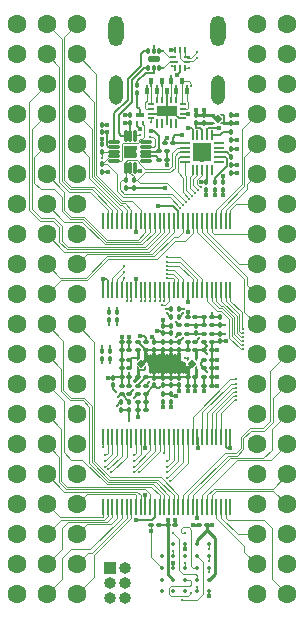
<source format=gbr>
%TF.GenerationSoftware,KiCad,Pcbnew,(5.99.0-10952-g410dbe17de)*%
%TF.CreationDate,2021-06-12T08:48:31+02:00*%
%TF.ProjectId,reDIP-64,72654449-502d-4363-942e-6b696361645f,0.2*%
%TF.SameCoordinates,PX594fc50PY8e9a590*%
%TF.FileFunction,Copper,L6,Bot*%
%TF.FilePolarity,Positive*%
%FSLAX46Y46*%
G04 Gerber Fmt 4.6, Leading zero omitted, Abs format (unit mm)*
G04 Created by KiCad (PCBNEW (5.99.0-10952-g410dbe17de)) date 2021-06-12 08:48:31*
%MOMM*%
%LPD*%
G01*
G04 APERTURE LIST*
G04 Aperture macros list*
%AMRoundRect*
0 Rectangle with rounded corners*
0 $1 Rounding radius*
0 $2 $3 $4 $5 $6 $7 $8 $9 X,Y pos of 4 corners*
0 Add a 4 corners polygon primitive as box body*
4,1,4,$2,$3,$4,$5,$6,$7,$8,$9,$2,$3,0*
0 Add four circle primitives for the rounded corners*
1,1,$1+$1,$2,$3*
1,1,$1+$1,$4,$5*
1,1,$1+$1,$6,$7*
1,1,$1+$1,$8,$9*
0 Add four rect primitives between the rounded corners*
20,1,$1+$1,$2,$3,$4,$5,0*
20,1,$1+$1,$4,$5,$6,$7,0*
20,1,$1+$1,$6,$7,$8,$9,0*
20,1,$1+$1,$8,$9,$2,$3,0*%
%AMRotRect*
0 Rectangle, with rotation*
0 The origin of the aperture is its center*
0 $1 length*
0 $2 width*
0 $3 Rotation angle, in degrees counterclockwise*
0 Add horizontal line*
21,1,$1,$2,0,0,$3*%
%AMFreePoly0*
4,1,6,0.125000,-0.075000,-0.025000,-0.225000,-0.125000,-0.225000,-0.125000,0.125000,0.125000,0.125000,0.125000,-0.075000,0.125000,-0.075000,$1*%
%AMFreePoly1*
4,1,6,0.125000,0.075000,0.125000,-0.125000,-0.125000,-0.125000,-0.125000,0.225000,-0.025000,0.225000,0.125000,0.075000,0.125000,0.075000,$1*%
G04 Aperture macros list end*
%TA.AperFunction,ComponentPad*%
%ADD10R,1.000000X1.000000*%
%TD*%
%TA.AperFunction,ComponentPad*%
%ADD11O,1.000000X1.000000*%
%TD*%
%TA.AperFunction,ComponentPad*%
%ADD12O,1.300000X2.600000*%
%TD*%
%TA.AperFunction,ComponentPad*%
%ADD13O,1.200000X2.500000*%
%TD*%
%TA.AperFunction,ComponentPad*%
%ADD14C,1.600000*%
%TD*%
%TA.AperFunction,SMDPad,CuDef*%
%ADD15RoundRect,0.050000X-0.050000X-0.650000X0.050000X-0.650000X0.050000X0.650000X-0.050000X0.650000X0*%
%TD*%
%TA.AperFunction,SMDPad,CuDef*%
%ADD16C,0.350000*%
%TD*%
%TA.AperFunction,SMDPad,CuDef*%
%ADD17RoundRect,0.100000X-0.100000X0.130000X-0.100000X-0.130000X0.100000X-0.130000X0.100000X0.130000X0*%
%TD*%
%TA.AperFunction,SMDPad,CuDef*%
%ADD18RoundRect,0.100000X0.100000X-0.130000X0.100000X0.130000X-0.100000X0.130000X-0.100000X-0.130000X0*%
%TD*%
%TA.AperFunction,SMDPad,CuDef*%
%ADD19FreePoly0,90.000000*%
%TD*%
%TA.AperFunction,SMDPad,CuDef*%
%ADD20FreePoly1,270.000000*%
%TD*%
%TA.AperFunction,SMDPad,CuDef*%
%ADD21RotRect,0.480000X0.480000X315.000000*%
%TD*%
%TA.AperFunction,SMDPad,CuDef*%
%ADD22FreePoly0,270.000000*%
%TD*%
%TA.AperFunction,SMDPad,CuDef*%
%ADD23FreePoly1,90.000000*%
%TD*%
%TA.AperFunction,SMDPad,CuDef*%
%ADD24RoundRect,0.024000X0.426000X-0.096000X0.426000X0.096000X-0.426000X0.096000X-0.426000X-0.096000X0*%
%TD*%
%TA.AperFunction,SMDPad,CuDef*%
%ADD25RoundRect,0.024000X0.096000X0.426000X-0.096000X0.426000X-0.096000X-0.426000X0.096000X-0.426000X0*%
%TD*%
%TA.AperFunction,SMDPad,CuDef*%
%ADD26R,1.100000X1.000000*%
%TD*%
%TA.AperFunction,SMDPad,CuDef*%
%ADD27RoundRect,0.050000X-0.050000X0.375000X-0.050000X-0.375000X0.050000X-0.375000X0.050000X0.375000X0*%
%TD*%
%TA.AperFunction,SMDPad,CuDef*%
%ADD28RoundRect,0.050000X-0.375000X0.050000X-0.375000X-0.050000X0.375000X-0.050000X0.375000X0.050000X0*%
%TD*%
%TA.AperFunction,SMDPad,CuDef*%
%ADD29R,1.650000X1.650000*%
%TD*%
%TA.AperFunction,SMDPad,CuDef*%
%ADD30RoundRect,0.050000X-0.050000X-0.190000X0.050000X-0.190000X0.050000X0.190000X-0.050000X0.190000X0*%
%TD*%
%TA.AperFunction,SMDPad,CuDef*%
%ADD31RoundRect,0.050000X0.190000X-0.050000X0.190000X0.050000X-0.190000X0.050000X-0.190000X-0.050000X0*%
%TD*%
%TA.AperFunction,SMDPad,CuDef*%
%ADD32R,1.750000X0.950000*%
%TD*%
%TA.AperFunction,SMDPad,CuDef*%
%ADD33RoundRect,0.025000X-0.100000X0.200000X-0.100000X-0.200000X0.100000X-0.200000X0.100000X0.200000X0*%
%TD*%
%TA.AperFunction,SMDPad,CuDef*%
%ADD34RoundRect,0.050000X-0.450000X0.200000X-0.450000X-0.200000X0.450000X-0.200000X0.450000X0.200000X0*%
%TD*%
%TA.AperFunction,SMDPad,CuDef*%
%ADD35RoundRect,0.100000X-0.130000X-0.100000X0.130000X-0.100000X0.130000X0.100000X-0.130000X0.100000X0*%
%TD*%
%TA.AperFunction,SMDPad,CuDef*%
%ADD36RoundRect,0.100000X0.130000X0.100000X-0.130000X0.100000X-0.130000X-0.100000X0.130000X-0.100000X0*%
%TD*%
%TA.AperFunction,SMDPad,CuDef*%
%ADD37RoundRect,0.050000X0.050000X0.650000X-0.050000X0.650000X-0.050000X-0.650000X0.050000X-0.650000X0*%
%TD*%
%TA.AperFunction,SMDPad,CuDef*%
%ADD38FreePoly0,180.000000*%
%TD*%
%TA.AperFunction,SMDPad,CuDef*%
%ADD39RotRect,0.480000X0.480000X45.000000*%
%TD*%
%TA.AperFunction,SMDPad,CuDef*%
%ADD40FreePoly1,0.000000*%
%TD*%
%TA.AperFunction,SMDPad,CuDef*%
%ADD41FreePoly0,0.000000*%
%TD*%
%TA.AperFunction,SMDPad,CuDef*%
%ADD42FreePoly1,180.000000*%
%TD*%
%TA.AperFunction,SMDPad,CuDef*%
%ADD43RotRect,0.480000X0.480000X225.000000*%
%TD*%
%TA.AperFunction,SMDPad,CuDef*%
%ADD44RoundRect,0.050000X0.075000X-0.150000X0.075000X0.150000X-0.075000X0.150000X-0.075000X-0.150000X0*%
%TD*%
%TA.AperFunction,SMDPad,CuDef*%
%ADD45RoundRect,0.050000X0.300000X-0.150000X0.300000X0.150000X-0.300000X0.150000X-0.300000X-0.150000X0*%
%TD*%
%TA.AperFunction,SMDPad,CuDef*%
%ADD46RoundRect,0.030000X0.120000X-0.220000X0.120000X0.220000X-0.120000X0.220000X-0.120000X-0.220000X0*%
%TD*%
%TA.AperFunction,SMDPad,CuDef*%
%ADD47RoundRect,0.056250X-0.275250X0.056250X-0.275250X-0.056250X0.275250X-0.056250X0.275250X0.056250X0*%
%TD*%
%TA.AperFunction,SMDPad,CuDef*%
%ADD48RoundRect,0.056250X-0.225250X0.056250X-0.225250X-0.056250X0.225250X-0.056250X0.225250X0.056250X0*%
%TD*%
%TA.AperFunction,SMDPad,CuDef*%
%ADD49RoundRect,0.056250X-0.056250X-0.225250X0.056250X-0.225250X0.056250X0.225250X-0.056250X0.225250X0*%
%TD*%
%TA.AperFunction,ViaPad*%
%ADD50C,0.400000*%
%TD*%
%TA.AperFunction,ViaPad*%
%ADD51C,0.250000*%
%TD*%
%TA.AperFunction,Conductor*%
%ADD52C,0.250000*%
%TD*%
%TA.AperFunction,Conductor*%
%ADD53C,0.200000*%
%TD*%
%TA.AperFunction,Conductor*%
%ADD54C,0.100000*%
%TD*%
%TA.AperFunction,Conductor*%
%ADD55C,0.150000*%
%TD*%
G04 APERTURE END LIST*
D10*
%TO.P,J7,1,Pin_1*%
%TO.N,/Config_Memory/TMS*%
X9210000Y3470000D03*
D11*
%TO.P,J7,2,Pin_2*%
%TO.N,/Config_Memory/TCK*%
X10480000Y3470000D03*
%TO.P,J7,3,Pin_3*%
%TO.N,/Config_Memory/TDI*%
X9210000Y2200000D03*
%TO.P,J7,4,Pin_4*%
%TO.N,GND*%
X10480000Y2200000D03*
%TO.P,J7,5,Pin_5*%
%TO.N,/Config_Memory/TDO*%
X9210000Y930000D03*
%TO.P,J7,6,Pin_6*%
%TO.N,+3V3*%
X10480000Y930000D03*
%TD*%
D12*
%TO.P,J1,S1,SHIELD*%
%TO.N,GND*%
X18290000Y49000000D03*
D13*
X9650000Y43950000D03*
X18290000Y43950000D03*
D12*
X9650000Y49000000D03*
%TD*%
D14*
%TO.P,J2,1,Pin_1*%
%TO.N,/FPGA_IO/\u00D81_IN*%
X6350000Y49530000D03*
%TO.P,J2,2,Pin_2*%
%TO.N,/FPGA_IO/RDY*%
X6350000Y46990000D03*
%TO.P,J2,3,Pin_3*%
%TO.N,/FPGA_IO/~IRQ~*%
X6350000Y44450000D03*
%TO.P,J2,4,Pin_4*%
%TO.N,/FPGA_IO/~NMI~*%
X6350000Y41910000D03*
%TO.P,J2,5,Pin_5*%
%TO.N,/FPGA_IO/AEC*%
X6350000Y39370000D03*
%TO.P,J2,6,Pin_6*%
%TO.N,VCC*%
X6350000Y36830000D03*
%TO.P,J2,7,Pin_7*%
%TO.N,/FPGA_IO/A0*%
X6350000Y34290000D03*
%TO.P,J2,8,Pin_8*%
%TO.N,/FPGA_IO/A1*%
X6350000Y31750000D03*
%TO.P,J2,9,Pin_9*%
%TO.N,/FPGA_IO/A2*%
X6350000Y29210000D03*
%TO.P,J2,10,Pin_10*%
%TO.N,/FPGA_IO/A3*%
X6350000Y26670000D03*
%TO.P,J2,11,Pin_11*%
%TO.N,/FPGA_IO/A4*%
X6350000Y24130000D03*
%TO.P,J2,12,Pin_12*%
%TO.N,/FPGA_IO/A5*%
X6350000Y21590000D03*
%TO.P,J2,13,Pin_13*%
%TO.N,/FPGA_IO/A6*%
X6350000Y19050000D03*
%TO.P,J2,14,Pin_14*%
%TO.N,/FPGA_IO/A7*%
X6350000Y16510000D03*
%TO.P,J2,15,Pin_15*%
%TO.N,/FPGA_IO/A8*%
X6350000Y13970000D03*
%TO.P,J2,16,Pin_16*%
%TO.N,/FPGA_IO/A9*%
X6350000Y11430000D03*
%TO.P,J2,17,Pin_17*%
%TO.N,/FPGA_IO/A10*%
X6350000Y8890000D03*
%TO.P,J2,18,Pin_18*%
%TO.N,/FPGA_IO/A11*%
X6350000Y6350000D03*
%TO.P,J2,19,Pin_19*%
%TO.N,/FPGA_IO/A12*%
X6350000Y3810000D03*
%TO.P,J2,20,Pin_20*%
%TO.N,/FPGA_IO/A13*%
X6350000Y1270000D03*
%TD*%
%TO.P,J6,1,Pin_1*%
%TO.N,/FPGA_IO/~RES~*%
X21590000Y49530000D03*
%TO.P,J6,2,Pin_2*%
%TO.N,/FPGA_IO/\u00D82_OUT*%
X21590000Y46990000D03*
%TO.P,J6,3,Pin_3*%
%TO.N,/FPGA_IO/R_W*%
X21590000Y44450000D03*
%TO.P,J6,4,Pin_4*%
%TO.N,/FPGA_IO/D0*%
X21590000Y41910000D03*
%TO.P,J6,5,Pin_5*%
%TO.N,/FPGA_IO/D1*%
X21590000Y39370000D03*
%TO.P,J6,6,Pin_6*%
%TO.N,/FPGA_IO/D2*%
X21590000Y36830000D03*
%TO.P,J6,7,Pin_7*%
%TO.N,/FPGA_IO/D3*%
X21590000Y34290000D03*
%TO.P,J6,8,Pin_8*%
%TO.N,/FPGA_IO/D4*%
X21590000Y31750000D03*
%TO.P,J6,9,Pin_9*%
%TO.N,/FPGA_IO/D5*%
X21590000Y29210000D03*
%TO.P,J6,10,Pin_10*%
%TO.N,/FPGA_IO/D6*%
X21590000Y26670000D03*
%TO.P,J6,11,Pin_11*%
%TO.N,/FPGA_IO/D7*%
X21590000Y24130000D03*
%TO.P,J6,12,Pin_12*%
%TO.N,/FPGA_IO/P0*%
X21590000Y21590000D03*
%TO.P,J6,13,Pin_13*%
%TO.N,/FPGA_IO/P1*%
X21590000Y19050000D03*
%TO.P,J6,14,Pin_14*%
%TO.N,/FPGA_IO/P2*%
X21590000Y16510000D03*
%TO.P,J6,15,Pin_15*%
%TO.N,/FPGA_IO/P3*%
X21590000Y13970000D03*
%TO.P,J6,16,Pin_16*%
%TO.N,/FPGA_IO/P4*%
X21590000Y11430000D03*
%TO.P,J6,17,Pin_17*%
%TO.N,/FPGA_IO/P5*%
X21590000Y8890000D03*
%TO.P,J6,18,Pin_18*%
%TO.N,/FPGA_IO/A15*%
X21590000Y6350000D03*
%TO.P,J6,19,Pin_19*%
%TO.N,/FPGA_IO/A14*%
X21590000Y3810000D03*
%TO.P,J6,20,Pin_20*%
%TO.N,GND*%
X21590000Y1270000D03*
%TD*%
%TO.P,J4,1,Pin_1*%
%TO.N,+5V*%
X24130000Y49530000D03*
%TO.P,J4,2,Pin_2*%
%TO.N,+3V3*%
X24130000Y46990000D03*
%TO.P,J4,3,Pin_3*%
%TO.N,/Audio/EXT_IN_2*%
X24130000Y44450000D03*
%TO.P,J4,4,Pin_4*%
%TO.N,/Audio/AUDIO_OUT_2*%
X24130000Y41910000D03*
%TO.P,J4,5,Pin_5*%
%TO.N,/Audio/AUDIO_OUT*%
X24130000Y39370000D03*
%TO.P,J4,6,Pin_6*%
%TO.N,/Audio/EXT_IN*%
X24130000Y36830000D03*
%TO.P,J4,7,Pin_7*%
%TO.N,/FPGA_IO/POT_X*%
X24130000Y34290000D03*
%TO.P,J4,8,Pin_8*%
%TO.N,/FPGA_IO/POT_Y*%
X24130000Y31750000D03*
%TO.P,J4,9,Pin_9*%
%TO.N,/FPGA_IO/BA*%
X24130000Y29210000D03*
%TO.P,J4,10,Pin_10*%
%TO.N,/FPGA_IO/COLOR*%
X24130000Y26670000D03*
%TO.P,J4,11,Pin_11*%
%TO.N,/FPGA_IO/SYNC_LUM*%
X24130000Y24130000D03*
%TO.P,J4,12,Pin_12*%
%TO.N,/FPGA_IO/DOT_CLOCK*%
X24130000Y21590000D03*
%TO.P,J4,13,Pin_13*%
%TO.N,/FPGA_IO/~DMA~*%
X24130000Y19050000D03*
%TO.P,J4,14,Pin_14*%
%TO.N,/FPGA_IO/~IO1~*%
X24130000Y16510000D03*
%TO.P,J4,15,Pin_15*%
%TO.N,/FPGA_IO/~IO2~*%
X24130000Y13970000D03*
%TO.P,J4,16,Pin_16*%
%TO.N,/FPGA_IO/~ROML~*%
X24130000Y11430000D03*
%TO.P,J4,17,Pin_17*%
%TO.N,/FPGA_IO/~ROMH~*%
X24130000Y8890000D03*
%TO.P,J4,18,Pin_18*%
%TO.N,/FPGA_IO/~GAME~*%
X24130000Y6350000D03*
%TO.P,J4,19,Pin_19*%
%TO.N,/FPGA_IO/~EXROM~*%
X24130000Y3810000D03*
%TO.P,J4,20,Pin_20*%
%TO.N,/FPGA_IO/~MENU~*%
X24130000Y1270000D03*
%TD*%
D15*
%TO.P,U15,1,NC*%
%TO.N,N/C*%
X8570000Y32900000D03*
%TO.P,U15,2,1A1*%
%TO.N,/FPGA_IO/CIA2_SP*%
X8970000Y32900000D03*
%TO.P,U15,3,1A2*%
%TO.N,/FPGA_IO/CIA2_CNT*%
X9370000Y32900000D03*
%TO.P,U15,4,1A3*%
%TO.N,/FPGA_IO/\u00D81_IN*%
X9770000Y32900000D03*
%TO.P,U15,5,1A4*%
%TO.N,/FPGA_IO/AEC*%
X10170000Y32900000D03*
%TO.P,U15,6,1A5*%
%TO.N,/FPGA_IO/~NMI~*%
X10570000Y32900000D03*
%TO.P,U15,7,1A6*%
%TO.N,/FPGA_IO/~IRQ~*%
X10970000Y32900000D03*
%TO.P,U15,8,GND*%
%TO.N,GND*%
X11370000Y32900000D03*
%TO.P,U15,9,1A7*%
%TO.N,/FPGA_IO/RDY*%
X11770000Y32900000D03*
%TO.P,U15,10,1A8*%
%TO.N,/FPGA_IO/CIA2_PA3*%
X12170000Y32900000D03*
%TO.P,U15,11,1A9*%
%TO.N,/FPGA_IO/CIA2_PA2*%
X12570000Y32900000D03*
%TO.P,U15,12,1A10*%
%TO.N,/FPGA_IO/CIA2_PA4*%
X12970000Y32900000D03*
%TO.P,U15,13,1A11*%
%TO.N,/FPGA_IO/CIA2_PA1*%
X13370000Y32900000D03*
%TO.P,U15,14,1A12*%
%TO.N,/FPGA_IO/CIA2_PA0*%
X13770000Y32900000D03*
%TO.P,U15,15,2A1*%
%TO.N,/FPGA_IO/CIA2_PA5*%
X14170000Y32900000D03*
%TO.P,U15,16,2A2*%
%TO.N,/FPGA_IO/A2*%
X14570000Y32900000D03*
%TO.P,U15,17,VCC*%
%TO.N,+5V*%
X14970000Y32900000D03*
%TO.P,U15,18,2A3*%
%TO.N,/FPGA_IO/CIA2_PA6*%
X15370000Y32900000D03*
%TO.P,U15,19,GND*%
%TO.N,GND*%
X15770000Y32900000D03*
%TO.P,U15,20,2A4*%
%TO.N,/FPGA_IO/CIA2_PA7*%
X16170000Y32900000D03*
%TO.P,U15,21,2A5*%
%TO.N,/FPGA_IO/D7*%
X16570000Y32900000D03*
%TO.P,U15,22,2A6*%
%TO.N,/FPGA_IO/D6*%
X16970000Y32900000D03*
%TO.P,U15,23,2A7*%
%TO.N,/FPGA_IO/D5*%
X17370000Y32900000D03*
%TO.P,U15,24,2A8*%
%TO.N,/FPGA_IO/D4*%
X17770000Y32900000D03*
%TO.P,U15,25,2A9*%
%TO.N,/FPGA_IO/D0*%
X18170000Y32900000D03*
%TO.P,U15,26,2A10*%
%TO.N,/FPGA_IO/D1*%
X18570000Y32900000D03*
%TO.P,U15,27,2A11*%
%TO.N,/FPGA_IO/D2*%
X18970000Y32900000D03*
%TO.P,U15,28,2A12*%
%TO.N,/FPGA_IO/D3*%
X19370000Y32900000D03*
%TO.P,U15,29,2B12*%
%TO.N,/FPGA_IO/I_D3*%
X19370000Y27000000D03*
%TO.P,U15,30,2B11*%
%TO.N,/FPGA_IO/I_D2*%
X18970000Y27000000D03*
%TO.P,U15,31,2B10*%
%TO.N,/FPGA_IO/I_D1*%
X18570000Y27000000D03*
%TO.P,U15,32,2B9*%
%TO.N,/FPGA_IO/I_D0*%
X18170000Y27000000D03*
%TO.P,U15,33,2B8*%
%TO.N,/FPGA_IO/I_D4*%
X17770000Y27000000D03*
%TO.P,U15,34,2B7*%
%TO.N,/FPGA_IO/I_D5*%
X17370000Y27000000D03*
%TO.P,U15,35,2B6*%
%TO.N,/FPGA_IO/I_D6*%
X16970000Y27000000D03*
%TO.P,U15,36,2B5*%
%TO.N,/FPGA_IO/I_D7*%
X16570000Y27000000D03*
%TO.P,U15,37,2B4*%
%TO.N,/FPGA_IO/I2_PA7*%
X16170000Y27000000D03*
%TO.P,U15,38,GND*%
%TO.N,GND*%
X15770000Y27000000D03*
%TO.P,U15,39,2B3*%
%TO.N,/FPGA_IO/I2_PA6*%
X15370000Y27000000D03*
%TO.P,U15,40,2B2*%
%TO.N,/FPGA_IO/I_A2*%
X14970000Y27000000D03*
%TO.P,U15,41,2B1*%
%TO.N,/FPGA_IO/I2_PA5*%
X14570000Y27000000D03*
%TO.P,U15,42,1B12*%
%TO.N,/FPGA_IO/I2_PA0*%
X14170000Y27000000D03*
%TO.P,U15,43,1B11*%
%TO.N,/FPGA_IO/I2_PA1*%
X13770000Y27000000D03*
%TO.P,U15,44,1B10*%
%TO.N,/FPGA_IO/I2_PA4*%
X13370000Y27000000D03*
%TO.P,U15,45,1B9*%
%TO.N,/FPGA_IO/I2_PA2*%
X12970000Y27000000D03*
%TO.P,U15,46,1B8*%
%TO.N,/FPGA_IO/I2_PA3*%
X12570000Y27000000D03*
%TO.P,U15,47,1B7*%
%TO.N,/FPGA_IO/I_RDY*%
X12170000Y27000000D03*
%TO.P,U15,48,1B6*%
%TO.N,/FPGA_IO/I_~IRQ~*%
X11770000Y27000000D03*
%TO.P,U15,49,GND*%
%TO.N,GND*%
X11370000Y27000000D03*
%TO.P,U15,50,1B5*%
%TO.N,/FPGA_IO/I_~NMI~*%
X10970000Y27000000D03*
%TO.P,U15,51,1B4*%
%TO.N,/FPGA_IO/I_AEC*%
X10570000Y27000000D03*
%TO.P,U15,52,1B3*%
%TO.N,/FPGA_IO/I_\u00D81_IN*%
X10170000Y27000000D03*
%TO.P,U15,53,1B2*%
%TO.N,/FPGA_IO/I2_CNT*%
X9770000Y27000000D03*
%TO.P,U15,54,1B1*%
%TO.N,/FPGA_IO/I2_SP*%
X9370000Y27000000D03*
%TO.P,U15,55,2~OE~*%
%TO.N,GND*%
X8970000Y27000000D03*
%TO.P,U15,56,1~OE~*%
X8570000Y27000000D03*
%TD*%
D16*
%TO.P,U17,A2,RFU*%
%TO.N,N/C*%
X13540000Y4520000D03*
%TO.P,U17,A3,~CS~*%
%TO.N,/Config_Memory/RAM_~CS~*%
X13540000Y3520000D03*
%TO.P,U17,A4,~RESET~*%
%TO.N,N/C*%
X13540000Y2520000D03*
%TO.P,U17,A5,RFU*%
X13540000Y1520000D03*
%TO.P,U17,B1,~CK~*%
X14540000Y5520000D03*
%TO.P,U17,B2,CK*%
%TO.N,/Config_Memory/MEM_CLK*%
X14540000Y4520000D03*
%TO.P,U17,B3,VSS*%
%TO.N,GND*%
X14540000Y3520000D03*
%TO.P,U17,B4,VCC*%
%TO.N,+3V3*%
X14540000Y2520000D03*
%TO.P,U17,B5,RFU*%
%TO.N,N/C*%
X14540000Y1520000D03*
%TO.P,U17,C1,VSSQ*%
%TO.N,GND*%
X15540000Y5520000D03*
%TO.P,U17,C2,RFU*%
%TO.N,N/C*%
X15540000Y4520000D03*
%TO.P,U17,C3,RWDS*%
%TO.N,/Config_Memory/RWDS*%
X15540000Y3520000D03*
%TO.P,U17,C4,DQ2*%
%TO.N,/Config_Memory/MEM_IO2*%
X15540000Y2520000D03*
%TO.P,U17,C5,RFU*%
%TO.N,N/C*%
X15540000Y1520000D03*
%TO.P,U17,D1,VCCQ*%
%TO.N,+3V3*%
X16540000Y5520000D03*
%TO.P,U17,D2,DQ1*%
%TO.N,/Config_Memory/MEM_IO1*%
X16540000Y4520000D03*
%TO.P,U17,D3,DQ0*%
%TO.N,/Config_Memory/MEM_IO0*%
X16540000Y3520000D03*
%TO.P,U17,D4,DQ3*%
%TO.N,/Config_Memory/MEM_IO3*%
X16540000Y2520000D03*
%TO.P,U17,D5,DQ4*%
%TO.N,/Config_Memory/MEM_IO4*%
X16540000Y1520000D03*
%TO.P,U17,E1,DQ7*%
%TO.N,/Config_Memory/MEM_IO7*%
X17540000Y5520000D03*
%TO.P,U17,E2,DQ6*%
%TO.N,/Config_Memory/MEM_IO6*%
X17540000Y4520000D03*
%TO.P,U17,E3,DQ5*%
%TO.N,/Config_Memory/MEM_IO5*%
X17540000Y3520000D03*
%TO.P,U17,E4,VCCQ*%
%TO.N,+3V3*%
X17540000Y2520000D03*
%TO.P,U17,E5,VSSQ*%
%TO.N,GND*%
X17540000Y1520000D03*
%TD*%
D17*
%TO.P,R1,1*%
%TO.N,/USB_DisplayPort/D+*%
X11470000Y44370000D03*
%TO.P,R1,2*%
%TO.N,/USB_DisplayPort/USB_LINK*%
X11470000Y43730000D03*
%TD*%
%TO.P,R13,1*%
%TO.N,/Audio/I2C_SDA*%
X11200000Y36320000D03*
%TO.P,R13,2*%
%TO.N,+3V3*%
X11200000Y35680000D03*
%TD*%
%TO.P,C61,1*%
%TO.N,Net-(C61-Pad1)*%
X19440000Y40380000D03*
%TO.P,C61,2*%
%TO.N,GND*%
X19440000Y39740000D03*
%TD*%
%TO.P,R6,1*%
%TO.N,+3V3*%
X8500000Y39360000D03*
%TO.P,R6,2*%
%TO.N,/Power/~FAULT~*%
X8500000Y38720000D03*
%TD*%
D18*
%TO.P,R7,1*%
%TO.N,+3V3*%
X8500000Y37040000D03*
%TO.P,R7,2*%
%TO.N,/FPGA_IO/~ALERT~*%
X8500000Y37680000D03*
%TD*%
%TO.P,C41,1*%
%TO.N,+3V0*%
X17140000Y41180000D03*
%TO.P,C41,2*%
%TO.N,GND*%
X17140000Y41820000D03*
%TD*%
D19*
%TO.P,U12,1,OUT*%
%TO.N,+3V0*%
X17815000Y41175000D03*
D20*
%TO.P,U12,2,GND*%
%TO.N,GND*%
X17815000Y41825000D03*
D21*
X18290000Y41500000D03*
D22*
%TO.P,U12,3,EN*%
%TO.N,+3V3*%
X18765000Y41825000D03*
D23*
%TO.P,U12,4,IN*%
X18765000Y41175000D03*
%TD*%
D17*
%TO.P,C63,1*%
%TO.N,Net-(C63-Pad1)*%
X18040000Y36180000D03*
%TO.P,C63,2*%
%TO.N,/Audio/EXT_IN*%
X18040000Y35540000D03*
%TD*%
D18*
%TO.P,C65,1*%
%TO.N,+3V0*%
X16440000Y41180000D03*
%TO.P,C65,2*%
%TO.N,GND*%
X16440000Y41820000D03*
%TD*%
D24*
%TO.P,U3,1,FRS_EN*%
%TO.N,N/C*%
X12250000Y39550000D03*
%TO.P,U3,2,EN_SNK*%
%TO.N,/Power/EN_SNK*%
X12250000Y39150000D03*
%TO.P,U3,3,VDD*%
%TO.N,+3V3*%
X12250000Y38750000D03*
%TO.P,U3,4,BYPASS*%
%TO.N,Net-(C7-Pad1)*%
X12250000Y38350000D03*
%TO.P,U3,5,SLV_ADDR*%
%TO.N,N/C*%
X12250000Y37950000D03*
D25*
%TO.P,U3,6,ILIM_5V_VBUS*%
%TO.N,/USB_DisplayPort/USB_~FLIP~*%
X11300000Y37400000D03*
%TO.P,U3,7,I2C_SDA*%
%TO.N,/Audio/I2C_SDA*%
X10900000Y37400000D03*
%TO.P,U3,8,I2C_SCL*%
%TO.N,/Audio/I2C_SCL*%
X10500000Y37400000D03*
D24*
%TO.P,U3,9,DBG_ACC*%
%TO.N,/USB_DisplayPort/USB_~CONN~*%
X9550000Y37950000D03*
%TO.P,U3,10,ALERT_N*%
%TO.N,/FPGA_IO/~ALERT~*%
X9550000Y38350000D03*
%TO.P,U3,11,FAULT_N*%
%TO.N,/Power/~FAULT~*%
X9550000Y38750000D03*
%TO.P,U3,12,VCONN_IN*%
%TO.N,+5V*%
X9550000Y39150000D03*
%TO.P,U3,13,CC1*%
%TO.N,/USB_DisplayPort/CC1*%
X9550000Y39550000D03*
D25*
%TO.P,U3,14,CC2*%
%TO.N,/USB_DisplayPort/CC2*%
X10500000Y40100000D03*
%TO.P,U3,15,VBUS*%
%TO.N,VBUS*%
X10900000Y40100000D03*
%TO.P,U3,16,EN_SRC*%
%TO.N,/Power/EN_SRC*%
X11300000Y40100000D03*
D26*
%TO.P,U3,17,GND*%
%TO.N,GND*%
X10900000Y38750000D03*
%TD*%
D18*
%TO.P,C8,1*%
%TO.N,VBUS*%
X10860000Y41180000D03*
%TO.P,C8,2*%
%TO.N,GND*%
X10860000Y41820000D03*
%TD*%
%TO.P,C62,1*%
%TO.N,Net-(C62-Pad1)*%
X19440000Y38340000D03*
%TO.P,C62,2*%
%TO.N,/Audio/EXT_IN_2*%
X19440000Y38980000D03*
%TD*%
D27*
%TO.P,U19,1,HP_R*%
%TO.N,Net-(C66-Pad2)*%
X16170000Y40130000D03*
%TO.P,U19,2,HP_VGND*%
%TO.N,N/C*%
X16570000Y40130000D03*
%TO.P,U19,3,VDDA*%
%TO.N,+3V0*%
X16970000Y40130000D03*
%TO.P,U19,4,HP_L*%
%TO.N,Net-(C67-Pad2)*%
X17370000Y40130000D03*
%TO.P,U19,5,VAG*%
%TO.N,Net-(C61-Pad1)*%
X17770000Y40130000D03*
D28*
%TO.P,U19,6,LINEOUT_R*%
%TO.N,N/C*%
X18420000Y39480000D03*
%TO.P,U19,7,LINEOUT_L*%
X18420000Y39080000D03*
%TO.P,U19,8,LINEIN_R*%
%TO.N,Net-(C62-Pad1)*%
X18420000Y38680000D03*
%TO.P,U19,9,LINEIN_L*%
%TO.N,Net-(C63-Pad1)*%
X18420000Y38280000D03*
%TO.P,U19,10,MIC*%
%TO.N,N/C*%
X18420000Y37880000D03*
D27*
%TO.P,U19,11,MIC_BIAS*%
X17770000Y37230000D03*
%TO.P,U19,12,VDDIO*%
%TO.N,+3V3*%
X17370000Y37230000D03*
%TO.P,U19,13,SYS_MCLK*%
%TO.N,/Audio/I2S_MCLK*%
X16970000Y37230000D03*
%TO.P,U19,14,I2S_LRCLK*%
%TO.N,/Audio/I2S_LRCLK*%
X16570000Y37230000D03*
%TO.P,U19,15,I2S_SCLK*%
%TO.N,/Audio/I2S_SCLK*%
X16170000Y37230000D03*
D28*
%TO.P,U19,16,I2S_DOUT*%
%TO.N,/Audio/I2S_DOUT*%
X15520000Y37880000D03*
%TO.P,U19,17,I2S_DIN*%
%TO.N,/Audio/I2S_DIN*%
X15520000Y38280000D03*
%TO.P,U19,18,CTRL_DATA*%
%TO.N,/Audio/I2C_SDA*%
X15520000Y38680000D03*
%TO.P,U19,19,CTRL_CLK*%
%TO.N,/Audio/I2C_SCL*%
X15520000Y39080000D03*
%TO.P,U19,20,VDDD*%
%TO.N,+1V2*%
X15520000Y39480000D03*
D29*
%TO.P,U19,21,GND*%
%TO.N,GND*%
X16970000Y38680000D03*
%TD*%
D17*
%TO.P,C64,1*%
%TO.N,+3V3*%
X17340000Y36180000D03*
%TO.P,C64,2*%
%TO.N,GND*%
X17340000Y35540000D03*
%TD*%
D30*
%TO.P,U1,1,SSTXCOM-*%
%TO.N,/USB_DisplayPort/TX-*%
X14770000Y41220000D03*
%TO.P,U1,2,SSTXCOM+*%
%TO.N,/USB_DisplayPort/TX+*%
X14370000Y41220000D03*
%TO.P,U1,3,GND*%
%TO.N,GND*%
X13970000Y41220000D03*
%TO.P,U1,4,SSRXCOM-*%
%TO.N,/USB_DisplayPort/RX-*%
X13570000Y41220000D03*
%TO.P,U1,5,SSRXCOM+*%
%TO.N,/USB_DisplayPort/RX+*%
X13170000Y41220000D03*
D31*
%TO.P,U1,6,S*%
%TO.N,/USB_DisplayPort/USB_~FLIP~*%
X12630000Y41560000D03*
%TO.P,U1,7,~OE~*%
%TO.N,GND*%
X12630000Y41960000D03*
%TO.P,U1,8,SSRX2+*%
%TO.N,/USB_DisplayPort/RX2+*%
X12630000Y42360000D03*
%TO.P,U1,9,SSRX2-*%
%TO.N,/USB_DisplayPort/RX2-*%
X12630000Y42760000D03*
D30*
%TO.P,U1,10,SSRX1+*%
%TO.N,/USB_DisplayPort/RX1+*%
X13170000Y43100000D03*
%TO.P,U1,11,SSRX1-*%
%TO.N,/USB_DisplayPort/RX1-*%
X13570000Y43100000D03*
%TO.P,U1,12,GND*%
%TO.N,GND*%
X13970000Y43100000D03*
%TO.P,U1,13,SSTX2+*%
%TO.N,/USB_DisplayPort/TX2+*%
X14370000Y43100000D03*
%TO.P,U1,14,SSTX2-*%
%TO.N,/USB_DisplayPort/TX2-*%
X14770000Y43100000D03*
D31*
%TO.P,U1,15,SSTX1+*%
%TO.N,/USB_DisplayPort/TX1+*%
X15310000Y42760000D03*
%TO.P,U1,16,SSTX1-*%
%TO.N,/USB_DisplayPort/TX1-*%
X15310000Y42360000D03*
%TO.P,U1,17,VDD*%
%TO.N,+3V3*%
X15310000Y41960000D03*
%TO.P,U1,18,GND*%
%TO.N,GND*%
X15310000Y41560000D03*
D32*
%TO.P,U1,19,GND*%
X13970000Y42160000D03*
%TD*%
D33*
%TO.P,D2,1,K*%
%TO.N,/USB_DisplayPort/CC1*%
X12360000Y47295000D03*
%TO.P,D2,2,K*%
%TO.N,/USB_DisplayPort/D-*%
X12860000Y47295000D03*
%TO.P,D2,3,K*%
%TO.N,/USB_DisplayPort/SBU2*%
X13360000Y47295000D03*
%TO.P,D2,4,K*%
%TO.N,/USB_DisplayPort/SBU1*%
X13360000Y45845000D03*
%TO.P,D2,5,K*%
%TO.N,/USB_DisplayPort/D+*%
X12860000Y45845000D03*
%TO.P,D2,6,K*%
%TO.N,/USB_DisplayPort/CC2*%
X12360000Y45845000D03*
D34*
%TO.P,D2,7,GND*%
%TO.N,GND*%
X12860000Y46570000D03*
%TD*%
D14*
%TO.P,J3,1,Pin_1*%
%TO.N,/FPGA_IO/CIA1_CNT*%
X1270000Y49530000D03*
%TO.P,J3,2,Pin_2*%
%TO.N,/FPGA_IO/CIA1_SP*%
X1270000Y46990000D03*
%TO.P,J3,3,Pin_3*%
%TO.N,/FPGA_IO/CIA1_PA0*%
X1270000Y44450000D03*
%TO.P,J3,4,Pin_4*%
%TO.N,/FPGA_IO/CIA1_PA1*%
X1270000Y41910000D03*
%TO.P,J3,5,Pin_5*%
%TO.N,/FPGA_IO/CIA1_PA2*%
X1270000Y39370000D03*
%TO.P,J3,6,Pin_6*%
%TO.N,/FPGA_IO/CIA1_PA3*%
X1270000Y36830000D03*
%TO.P,J3,7,Pin_7*%
%TO.N,/FPGA_IO/CIA1_PA4*%
X1270000Y34290000D03*
%TO.P,J3,8,Pin_8*%
%TO.N,/FPGA_IO/CIA1_PA5*%
X1270000Y31750000D03*
%TO.P,J3,9,Pin_9*%
%TO.N,/FPGA_IO/CIA1_PA6*%
X1270000Y29210000D03*
%TO.P,J3,10,Pin_10*%
%TO.N,/FPGA_IO/CIA1_PA7*%
X1270000Y26670000D03*
%TO.P,J3,11,Pin_11*%
%TO.N,/FPGA_IO/CIA1_PB0*%
X1270000Y24130000D03*
%TO.P,J3,12,Pin_12*%
%TO.N,/FPGA_IO/CIA1_PB1*%
X1270000Y21590000D03*
%TO.P,J3,13,Pin_13*%
%TO.N,/FPGA_IO/CIA1_PB2*%
X1270000Y19050000D03*
%TO.P,J3,14,Pin_14*%
%TO.N,/FPGA_IO/CIA1_PB3*%
X1270000Y16510000D03*
%TO.P,J3,15,Pin_15*%
%TO.N,/FPGA_IO/CIA1_PB4*%
X1270000Y13970000D03*
%TO.P,J3,16,Pin_16*%
%TO.N,/FPGA_IO/CIA1_PB5*%
X1270000Y11430000D03*
%TO.P,J3,17,Pin_17*%
%TO.N,/FPGA_IO/CIA1_PB6*%
X1270000Y8890000D03*
%TO.P,J3,18,Pin_18*%
%TO.N,/FPGA_IO/CIA1_PB7*%
X1270000Y6350000D03*
%TO.P,J3,19,Pin_19*%
%TO.N,/FPGA_IO/CIA1_~PC~_TOD*%
X1270000Y3810000D03*
%TO.P,J3,20,Pin_20*%
%TO.N,/FPGA_IO/CIA1_~FLAG~*%
X1270000Y1270000D03*
%TD*%
%TO.P,J5,1,Pin_1*%
%TO.N,/FPGA_IO/CIA2_CNT*%
X3810000Y49530000D03*
%TO.P,J5,2,Pin_2*%
%TO.N,/FPGA_IO/CIA2_SP*%
X3810000Y46990000D03*
%TO.P,J5,3,Pin_3*%
%TO.N,/FPGA_IO/CIA2_PA0*%
X3810000Y44450000D03*
%TO.P,J5,4,Pin_4*%
%TO.N,/FPGA_IO/CIA2_PA1*%
X3810000Y41910000D03*
%TO.P,J5,5,Pin_5*%
%TO.N,/FPGA_IO/CIA2_PA2*%
X3810000Y39370000D03*
%TO.P,J5,6,Pin_6*%
%TO.N,/FPGA_IO/CIA2_PA3*%
X3810000Y36830000D03*
%TO.P,J5,7,Pin_7*%
%TO.N,/FPGA_IO/CIA2_PA4*%
X3810000Y34290000D03*
%TO.P,J5,8,Pin_8*%
%TO.N,/FPGA_IO/CIA2_PA5*%
X3810000Y31750000D03*
%TO.P,J5,9,Pin_9*%
%TO.N,/FPGA_IO/CIA2_PA6*%
X3810000Y29210000D03*
%TO.P,J5,10,Pin_10*%
%TO.N,/FPGA_IO/CIA2_PA7*%
X3810000Y26670000D03*
%TO.P,J5,11,Pin_11*%
%TO.N,/FPGA_IO/CIA2_PB0*%
X3810000Y24130000D03*
%TO.P,J5,12,Pin_12*%
%TO.N,/FPGA_IO/CIA2_PB1*%
X3810000Y21590000D03*
%TO.P,J5,13,Pin_13*%
%TO.N,/FPGA_IO/CIA2_PB2*%
X3810000Y19050000D03*
%TO.P,J5,14,Pin_14*%
%TO.N,/FPGA_IO/CIA2_PB3*%
X3810000Y16510000D03*
%TO.P,J5,15,Pin_15*%
%TO.N,/FPGA_IO/CIA2_PB4*%
X3810000Y13970000D03*
%TO.P,J5,16,Pin_16*%
%TO.N,/FPGA_IO/CIA2_PB5*%
X3810000Y11430000D03*
%TO.P,J5,17,Pin_17*%
%TO.N,/FPGA_IO/CIA2_PB6*%
X3810000Y8890000D03*
%TO.P,J5,18,Pin_18*%
%TO.N,/FPGA_IO/CIA2_PB7*%
X3810000Y6350000D03*
%TO.P,J5,19,Pin_19*%
%TO.N,/FPGA_IO/CIA2_~PC~*%
X3810000Y3810000D03*
%TO.P,J5,20,Pin_20*%
%TO.N,/FPGA_IO/CIA2_~FLAG~*%
X3810000Y1270000D03*
%TD*%
D35*
%TO.P,C55,1*%
%TO.N,+3V3*%
X14040000Y7120000D03*
%TO.P,C55,2*%
%TO.N,GND*%
X14680000Y7120000D03*
%TD*%
D18*
%TO.P,C38,1*%
%TO.N,+3V3*%
X19440000Y41180000D03*
%TO.P,C38,2*%
%TO.N,GND*%
X19440000Y41820000D03*
%TD*%
D36*
%TO.P,C57,1*%
%TO.N,+3V3*%
X17360000Y7120000D03*
%TO.P,C57,2*%
%TO.N,GND*%
X16720000Y7120000D03*
%TD*%
D37*
%TO.P,U16,1,NC*%
%TO.N,N/C*%
X19370000Y8700000D03*
%TO.P,U16,2,1A1*%
%TO.N,/FPGA_IO/~MENU~*%
X18970000Y8700000D03*
%TO.P,U16,3,1A2*%
%TO.N,/FPGA_IO/A15*%
X18570000Y8700000D03*
%TO.P,U16,4,1A3*%
%TO.N,/FPGA_IO/A14*%
X18170000Y8700000D03*
%TO.P,U16,5,1A4*%
%TO.N,/FPGA_IO/~ROMH~*%
X17770000Y8700000D03*
%TO.P,U16,6,1A5*%
%TO.N,/FPGA_IO/~ROML~*%
X17370000Y8700000D03*
%TO.P,U16,7,1A6*%
%TO.N,/FPGA_IO/~IO2~*%
X16970000Y8700000D03*
%TO.P,U16,8,GND*%
%TO.N,GND*%
X16570000Y8700000D03*
%TO.P,U16,9,1A7*%
%TO.N,/FPGA_IO/~IO1~*%
X16170000Y8700000D03*
%TO.P,U16,10,1A8*%
%TO.N,/FPGA_IO/~DMA~*%
X15770000Y8700000D03*
%TO.P,U16,11,1A9*%
%TO.N,/FPGA_IO/DOT_CLOCK*%
X15370000Y8700000D03*
%TO.P,U16,12,1A10*%
%TO.N,/FPGA_IO/A4*%
X14970000Y8700000D03*
%TO.P,U16,13,1A11*%
%TO.N,/FPGA_IO/CIA2_PB0*%
X14570000Y8700000D03*
%TO.P,U16,14,1A12*%
%TO.N,/FPGA_IO/CIA2_PB1*%
X14170000Y8700000D03*
%TO.P,U16,15,2A1*%
%TO.N,/FPGA_IO/CIA2_PB2*%
X13770000Y8700000D03*
%TO.P,U16,16,2A2*%
%TO.N,/FPGA_IO/CIA2_PB3*%
X13370000Y8700000D03*
%TO.P,U16,17,VCC*%
%TO.N,+5V*%
X12970000Y8700000D03*
%TO.P,U16,18,2A3*%
%TO.N,/FPGA_IO/CIA2_PB4*%
X12570000Y8700000D03*
%TO.P,U16,19,GND*%
%TO.N,GND*%
X12170000Y8700000D03*
%TO.P,U16,20,2A4*%
%TO.N,/FPGA_IO/CIA2_PB5*%
X11770000Y8700000D03*
%TO.P,U16,21,2A5*%
%TO.N,/FPGA_IO/A10*%
X11370000Y8700000D03*
%TO.P,U16,22,2A6*%
%TO.N,/FPGA_IO/A13*%
X10970000Y8700000D03*
%TO.P,U16,23,2A7*%
%TO.N,/FPGA_IO/A12*%
X10570000Y8700000D03*
%TO.P,U16,24,2A8*%
%TO.N,/FPGA_IO/CIA2_~FLAG~*%
X10170000Y8700000D03*
%TO.P,U16,25,2A9*%
%TO.N,/FPGA_IO/A11*%
X9770000Y8700000D03*
%TO.P,U16,26,2A10*%
%TO.N,/FPGA_IO/CIA2_~PC~*%
X9370000Y8700000D03*
%TO.P,U16,27,2A11*%
%TO.N,/FPGA_IO/CIA2_PB7*%
X8970000Y8700000D03*
%TO.P,U16,28,2A12*%
%TO.N,/FPGA_IO/CIA2_PB6*%
X8570000Y8700000D03*
%TO.P,U16,29,2B12*%
%TO.N,/FPGA_IO/I2_PB6*%
X8570000Y14600000D03*
%TO.P,U16,30,2B11*%
%TO.N,/FPGA_IO/I2_PB7*%
X8970000Y14600000D03*
%TO.P,U16,31,2B10*%
%TO.N,/FPGA_IO/I2_~PC~*%
X9370000Y14600000D03*
%TO.P,U16,32,2B9*%
%TO.N,/FPGA_IO/I_A11*%
X9770000Y14600000D03*
%TO.P,U16,33,2B8*%
%TO.N,/FPGA_IO/I2_~FLAG~*%
X10170000Y14600000D03*
%TO.P,U16,34,2B7*%
%TO.N,/FPGA_IO/I_A12*%
X10570000Y14600000D03*
%TO.P,U16,35,2B6*%
%TO.N,/FPGA_IO/I_A13*%
X10970000Y14600000D03*
%TO.P,U16,36,2B5*%
%TO.N,/FPGA_IO/I_A10*%
X11370000Y14600000D03*
%TO.P,U16,37,2B4*%
%TO.N,/FPGA_IO/I2_PB5*%
X11770000Y14600000D03*
%TO.P,U16,38,GND*%
%TO.N,GND*%
X12170000Y14600000D03*
%TO.P,U16,39,2B3*%
%TO.N,/FPGA_IO/I2_PB4*%
X12570000Y14600000D03*
%TO.P,U16,40,2B2*%
%TO.N,/FPGA_IO/I2_PB3*%
X12970000Y14600000D03*
%TO.P,U16,41,2B1*%
%TO.N,/FPGA_IO/I2_PB2*%
X13370000Y14600000D03*
%TO.P,U16,42,1B12*%
%TO.N,/FPGA_IO/I2_PB1*%
X13770000Y14600000D03*
%TO.P,U16,43,1B11*%
%TO.N,/FPGA_IO/I2_PB0*%
X14170000Y14600000D03*
%TO.P,U16,44,1B10*%
%TO.N,/FPGA_IO/I_A4*%
X14570000Y14600000D03*
%TO.P,U16,45,1B9*%
%TO.N,/FPGA_IO/I_DOT_CLOCK*%
X14970000Y14600000D03*
%TO.P,U16,46,1B8*%
%TO.N,/FPGA_IO/I_~DMA~*%
X15370000Y14600000D03*
%TO.P,U16,47,1B7*%
%TO.N,/FPGA_IO/I_~IO1~*%
X15770000Y14600000D03*
%TO.P,U16,48,1B6*%
%TO.N,/FPGA_IO/I_~IO2~*%
X16170000Y14600000D03*
%TO.P,U16,49,GND*%
%TO.N,GND*%
X16570000Y14600000D03*
%TO.P,U16,50,1B5*%
%TO.N,/FPGA_IO/I_~ROML~*%
X16970000Y14600000D03*
%TO.P,U16,51,1B4*%
%TO.N,/FPGA_IO/I_~ROMH~*%
X17370000Y14600000D03*
%TO.P,U16,52,1B3*%
%TO.N,/FPGA_IO/I_A14*%
X17770000Y14600000D03*
%TO.P,U16,53,1B2*%
%TO.N,/FPGA_IO/I_A15*%
X18170000Y14600000D03*
%TO.P,U16,54,1B1*%
%TO.N,/FPGA_IO/I_~MENU~*%
X18570000Y14600000D03*
%TO.P,U16,55,2~OE~*%
%TO.N,GND*%
X18970000Y14600000D03*
%TO.P,U16,56,1~OE~*%
X19370000Y14600000D03*
%TD*%
D18*
%TO.P,C2,1*%
%TO.N,/USB_DisplayPort/ML0+*%
X8500000Y21230000D03*
%TO.P,C2,2*%
%TO.N,/USB_DisplayPort/RX+*%
X8500000Y21870000D03*
%TD*%
%TO.P,C1,1*%
%TO.N,/USB_DisplayPort/ML0-*%
X9200000Y21230000D03*
%TO.P,C1,2*%
%TO.N,/USB_DisplayPort/RX-*%
X9200000Y21870000D03*
%TD*%
D35*
%TO.P,R16,1*%
%TO.N,/Config_Memory/RAM_~CS~*%
X12640000Y7120000D03*
%TO.P,R16,2*%
%TO.N,+3V3*%
X13280000Y7120000D03*
%TD*%
%TO.P,C5,1*%
%TO.N,Net-(C5-Pad1)*%
X17150000Y23350000D03*
%TO.P,C5,2*%
%TO.N,/USB_DisplayPort/AUX+*%
X17790000Y23350000D03*
%TD*%
D36*
%TO.P,R8,1*%
%TO.N,+3V3*%
X17790000Y24750000D03*
%TO.P,R8,2*%
%TO.N,Net-(C6-Pad1)*%
X17150000Y24750000D03*
%TD*%
%TO.P,C25,1*%
%TO.N,+2V5*%
X16390000Y22650000D03*
%TO.P,C25,2*%
%TO.N,GND*%
X15750000Y22650000D03*
%TD*%
%TO.P,C16,1*%
%TO.N,+1V2*%
X10790000Y22650000D03*
%TO.P,C16,2*%
%TO.N,GND*%
X10150000Y22650000D03*
%TD*%
%TO.P,C58,1*%
%TO.N,+3V3*%
X12190000Y16850000D03*
%TO.P,C58,2*%
%TO.N,GND*%
X11550000Y16850000D03*
%TD*%
%TO.P,R22,1*%
%TO.N,Net-(R22-Pad1)*%
X10790000Y18250000D03*
%TO.P,R22,2*%
%TO.N,+3V3*%
X10150000Y18250000D03*
%TD*%
%TO.P,C30,1*%
%TO.N,+2V5*%
X12190000Y18950000D03*
%TO.P,C30,2*%
%TO.N,GND*%
X11550000Y18950000D03*
%TD*%
D17*
%TO.P,C66,1*%
%TO.N,/Audio/AUDIO_OUT_2*%
X19440000Y37580000D03*
%TO.P,C66,2*%
%TO.N,Net-(C66-Pad2)*%
X19440000Y36940000D03*
%TD*%
D35*
%TO.P,C39,1*%
%TO.N,VCCA*%
X11550000Y21950000D03*
%TO.P,C39,2*%
%TO.N,GND*%
X12190000Y21950000D03*
%TD*%
D36*
%TO.P,C37,1*%
%TO.N,+3V3*%
X16390000Y21950000D03*
%TO.P,C37,2*%
%TO.N,GND*%
X15750000Y21950000D03*
%TD*%
D18*
%TO.P,C53,1*%
%TO.N,+3V3*%
X14320000Y18980000D03*
%TO.P,C53,2*%
%TO.N,GND*%
X14320000Y19620000D03*
%TD*%
%TO.P,C24,1*%
%TO.N,+1V2*%
X14320000Y23380000D03*
%TO.P,C24,2*%
%TO.N,GND*%
X14320000Y24020000D03*
%TD*%
D17*
%TO.P,R21,1*%
%TO.N,GND*%
X9420000Y19620000D03*
%TO.P,R21,2*%
%TO.N,/Config_Memory/TCK*%
X9420000Y18980000D03*
%TD*%
D35*
%TO.P,C36,1*%
%TO.N,+3V3*%
X11550000Y19650000D03*
%TO.P,C36,2*%
%TO.N,GND*%
X12190000Y19650000D03*
%TD*%
D38*
%TO.P,U11,1,OUT*%
%TO.N,+2V5*%
X16435000Y20325000D03*
D39*
%TO.P,U11,2,GND*%
%TO.N,GND*%
X16110000Y20800000D03*
D40*
X15785000Y20325000D03*
D41*
%TO.P,U11,3,EN*%
%TO.N,VCCA*%
X15785000Y21275000D03*
D42*
%TO.P,U11,4,IN*%
%TO.N,+3V3*%
X16435000Y21275000D03*
%TD*%
D36*
%TO.P,C59,1*%
%TO.N,+3V3*%
X12190000Y17550000D03*
%TO.P,C59,2*%
%TO.N,GND*%
X11550000Y17550000D03*
%TD*%
D18*
%TO.P,C49,1*%
%TO.N,+3V3*%
X12920000Y18980000D03*
%TO.P,C49,2*%
%TO.N,GND*%
X12920000Y19620000D03*
%TD*%
D17*
%TO.P,C52,1*%
%TO.N,+3V3*%
X14320000Y22620000D03*
%TO.P,C52,2*%
%TO.N,GND*%
X14320000Y21980000D03*
%TD*%
D35*
%TO.P,C44,1*%
%TO.N,+3V3*%
X17150000Y19650000D03*
%TO.P,C44,2*%
%TO.N,GND*%
X17790000Y19650000D03*
%TD*%
D36*
%TO.P,C17,1*%
%TO.N,+1V2*%
X10790000Y21950000D03*
%TO.P,C17,2*%
%TO.N,GND*%
X10150000Y21950000D03*
%TD*%
D17*
%TO.P,R5,1*%
%TO.N,/USB_DisplayPort/AUX+*%
X18520000Y23320000D03*
%TO.P,R5,2*%
%TO.N,GND*%
X18520000Y22680000D03*
%TD*%
D36*
%TO.P,R9,1*%
%TO.N,Net-(C6-Pad1)*%
X16390000Y24750000D03*
%TO.P,R9,2*%
%TO.N,GND*%
X15750000Y24750000D03*
%TD*%
D18*
%TO.P,C26,1*%
%TO.N,+1V2*%
X13620000Y23380000D03*
%TO.P,C26,2*%
%TO.N,GND*%
X13620000Y24020000D03*
%TD*%
D17*
%TO.P,C29,1*%
%TO.N,+1V2*%
X14320000Y18220000D03*
%TO.P,C29,2*%
%TO.N,GND*%
X14320000Y17580000D03*
%TD*%
D35*
%TO.P,R19,1*%
%TO.N,/Config_Memory/~BOOT~*%
X11550000Y18250000D03*
%TO.P,R19,2*%
%TO.N,+3V3*%
X12190000Y18250000D03*
%TD*%
D18*
%TO.P,R10,1*%
%TO.N,Net-(C5-Pad1)*%
X16420000Y23380000D03*
%TO.P,R10,2*%
%TO.N,Net-(C6-Pad1)*%
X16420000Y24020000D03*
%TD*%
D36*
%TO.P,C40,1*%
%TO.N,+2V5*%
X16390000Y19650000D03*
%TO.P,C40,2*%
%TO.N,GND*%
X15750000Y19650000D03*
%TD*%
D18*
%TO.P,R18,1*%
%TO.N,/Config_Memory/MEM_CLK*%
X10820000Y16880000D03*
%TO.P,R18,2*%
%TO.N,+3V3*%
X10820000Y17520000D03*
%TD*%
D17*
%TO.P,C50,1*%
%TO.N,+3V3*%
X15020000Y22620000D03*
%TO.P,C50,2*%
%TO.N,GND*%
X15020000Y21980000D03*
%TD*%
D35*
%TO.P,R12,1*%
%TO.N,/FPGA_IO/DP_AUX-*%
X15050000Y24050000D03*
%TO.P,R12,2*%
%TO.N,Net-(C6-Pad1)*%
X15690000Y24050000D03*
%TD*%
D36*
%TO.P,C15,1*%
%TO.N,+1V2*%
X10790000Y18950000D03*
%TO.P,C15,2*%
%TO.N,GND*%
X10150000Y18950000D03*
%TD*%
D35*
%TO.P,C20,1*%
%TO.N,+1V2*%
X17150000Y20450000D03*
%TO.P,C20,2*%
%TO.N,GND*%
X17790000Y20450000D03*
%TD*%
%TO.P,C46,1*%
%TO.N,+3V3*%
X17150000Y21950000D03*
%TO.P,C46,2*%
%TO.N,GND*%
X17790000Y21950000D03*
%TD*%
D18*
%TO.P,R2,1*%
%TO.N,/FPGA_IO/USB_D+*%
X14320000Y24780000D03*
%TO.P,R2,2*%
%TO.N,/USB_DisplayPort/D+*%
X14320000Y25420000D03*
%TD*%
D35*
%TO.P,C6,1*%
%TO.N,Net-(C6-Pad1)*%
X17150000Y24050000D03*
%TO.P,C6,2*%
%TO.N,/USB_DisplayPort/AUX-*%
X17790000Y24050000D03*
%TD*%
D17*
%TO.P,C43,1*%
%TO.N,+3V3*%
X12920000Y22620000D03*
%TO.P,C43,2*%
%TO.N,GND*%
X12920000Y21980000D03*
%TD*%
D41*
%TO.P,U10,1,OUT*%
%TO.N,VCCA*%
X11505000Y21275000D03*
D42*
%TO.P,U10,2,GND*%
%TO.N,GND*%
X12155000Y21275000D03*
D43*
X11830000Y20800000D03*
D38*
%TO.P,U10,3,EN*%
%TO.N,+3V3*%
X12155000Y20325000D03*
D40*
%TO.P,U10,4,IN*%
X11505000Y20325000D03*
%TD*%
D35*
%TO.P,R11,1*%
%TO.N,/FPGA_IO/DP_AUX+*%
X15050000Y23350000D03*
%TO.P,R11,2*%
%TO.N,Net-(C5-Pad1)*%
X15690000Y23350000D03*
%TD*%
D18*
%TO.P,C3,1*%
%TO.N,/USB_DisplayPort/ML1-*%
X9750000Y24500000D03*
%TO.P,C3,2*%
%TO.N,/USB_DisplayPort/TX-*%
X9750000Y25140000D03*
%TD*%
D36*
%TO.P,C28,1*%
%TO.N,+2V5*%
X12190000Y22650000D03*
%TO.P,C28,2*%
%TO.N,GND*%
X11550000Y22650000D03*
%TD*%
D18*
%TO.P,C47,1*%
%TO.N,+3V3*%
X13620000Y18980000D03*
%TO.P,C47,2*%
%TO.N,GND*%
X13620000Y19620000D03*
%TD*%
D17*
%TO.P,R4,1*%
%TO.N,+3V3*%
X18520000Y24720000D03*
%TO.P,R4,2*%
%TO.N,/USB_DisplayPort/AUX-*%
X18520000Y24080000D03*
%TD*%
D36*
%TO.P,C14,1*%
%TO.N,+1V2*%
X10790000Y19650000D03*
%TO.P,C14,2*%
%TO.N,GND*%
X10150000Y19650000D03*
%TD*%
D35*
%TO.P,C22,1*%
%TO.N,+1V2*%
X17150000Y21150000D03*
%TO.P,C22,2*%
%TO.N,GND*%
X17790000Y21150000D03*
%TD*%
D18*
%TO.P,R3,1*%
%TO.N,/FPGA_IO/USB_D-*%
X15020000Y24780000D03*
%TO.P,R3,2*%
%TO.N,/USB_DisplayPort/D-*%
X15020000Y25420000D03*
%TD*%
D17*
%TO.P,C45,1*%
%TO.N,+3V3*%
X13620000Y22620000D03*
%TO.P,C45,2*%
%TO.N,GND*%
X13620000Y21980000D03*
%TD*%
D35*
%TO.P,C42,1*%
%TO.N,+3V3*%
X17150000Y18950000D03*
%TO.P,C42,2*%
%TO.N,GND*%
X17790000Y18950000D03*
%TD*%
D36*
%TO.P,C23,1*%
%TO.N,VCCA*%
X10790000Y20450000D03*
%TO.P,C23,2*%
%TO.N,GND*%
X10150000Y20450000D03*
%TD*%
D18*
%TO.P,C51,1*%
%TO.N,+3V3*%
X15020000Y18980000D03*
%TO.P,C51,2*%
%TO.N,GND*%
X15020000Y19620000D03*
%TD*%
%TO.P,C4,1*%
%TO.N,/USB_DisplayPort/ML1+*%
X9050000Y24500000D03*
%TO.P,C4,2*%
%TO.N,/USB_DisplayPort/TX+*%
X9050000Y25140000D03*
%TD*%
D35*
%TO.P,C48,1*%
%TO.N,+3V3*%
X17150000Y22650000D03*
%TO.P,C48,2*%
%TO.N,GND*%
X17790000Y22650000D03*
%TD*%
D17*
%TO.P,R20,1*%
%TO.N,Net-(R20-Pad1)*%
X10120000Y17520000D03*
%TO.P,R20,2*%
%TO.N,/Config_Memory/MEM_CLK*%
X10120000Y16880000D03*
%TD*%
%TO.P,C31,1*%
%TO.N,+1V2*%
X13620000Y18220000D03*
%TO.P,C31,2*%
%TO.N,GND*%
X13620000Y17580000D03*
%TD*%
D36*
%TO.P,C21,1*%
%TO.N,VCCA*%
X10790000Y21150000D03*
%TO.P,C21,2*%
%TO.N,GND*%
X10150000Y21150000D03*
%TD*%
%TO.P,C27,1*%
%TO.N,+2V5*%
X16390000Y18950000D03*
%TO.P,C27,2*%
%TO.N,GND*%
X15750000Y18950000D03*
%TD*%
D18*
%TO.P,C10,1*%
%TO.N,+5V*%
X8500000Y40400000D03*
%TO.P,C10,2*%
%TO.N,GND*%
X8500000Y41040000D03*
%TD*%
D36*
%TO.P,C60,1*%
%TO.N,+1V2*%
X14470000Y39480000D03*
%TO.P,C60,2*%
%TO.N,GND*%
X13830000Y39480000D03*
%TD*%
D35*
%TO.P,C9,1*%
%TO.N,+3V3*%
X13330000Y38780000D03*
%TO.P,C9,2*%
%TO.N,GND*%
X13970000Y38780000D03*
%TD*%
%TO.P,C7,1*%
%TO.N,Net-(C7-Pad1)*%
X13330000Y38080000D03*
%TO.P,C7,2*%
%TO.N,GND*%
X13970000Y38080000D03*
%TD*%
D18*
%TO.P,C67,1*%
%TO.N,/Audio/AUDIO_OUT*%
X18740000Y35540000D03*
%TO.P,C67,2*%
%TO.N,Net-(C67-Pad2)*%
X18740000Y36180000D03*
%TD*%
D17*
%TO.P,R14,1*%
%TO.N,/Audio/I2C_SCL*%
X10500000Y36320000D03*
%TO.P,R14,2*%
%TO.N,+3V3*%
X10500000Y35680000D03*
%TD*%
D44*
%TO.P,Q1,1,B*%
%TO.N,/USB_DisplayPort/USB_~CONN~*%
X11935000Y41150000D03*
%TO.P,Q1,2,E*%
%TO.N,+3V3*%
X11485000Y41150000D03*
D45*
%TO.P,Q1,3,C*%
%TO.N,/USB_DisplayPort/USB_LINK*%
X11710000Y41850000D03*
%TD*%
D46*
%TO.P,D3,1,Line-1*%
%TO.N,/USB_DisplayPort/TX1-*%
X15670000Y43920000D03*
%TO.P,D3,2,Line-3*%
%TO.N,/USB_DisplayPort/TX2-*%
X14770000Y43920000D03*
%TO.P,D3,3,GND*%
%TO.N,GND*%
X13970000Y43920000D03*
%TO.P,D3,4,Line-6*%
%TO.N,/USB_DisplayPort/RX1+*%
X13170000Y43920000D03*
%TO.P,D3,5,Line-8*%
%TO.N,/USB_DisplayPort/RX2+*%
X12270000Y43920000D03*
%TO.P,D3,6,Line-7*%
%TO.N,/USB_DisplayPort/RX2-*%
X12670000Y44720000D03*
%TO.P,D3,7,Line-5*%
%TO.N,/USB_DisplayPort/RX1-*%
X13570000Y44720000D03*
%TO.P,D3,8,Line-4*%
%TO.N,/USB_DisplayPort/TX2+*%
X14370000Y44720000D03*
%TO.P,D3,9,Line-2*%
%TO.N,/USB_DisplayPort/TX1+*%
X15270000Y44720000D03*
%TD*%
D47*
%TO.P,U2,1,D+*%
%TO.N,/USB_DisplayPort/SBU1*%
X14591500Y46370000D03*
D48*
%TO.P,U2,2,D-*%
%TO.N,/USB_DisplayPort/SBU2*%
X14541500Y46770000D03*
D49*
%TO.P,U2,3,GND*%
%TO.N,GND*%
X14710000Y47338500D03*
%TO.P,U2,4,HSD1-*%
%TO.N,/USB_DisplayPort/AUX+*%
X15110000Y47338500D03*
%TO.P,U2,5,HSD1+*%
%TO.N,/USB_DisplayPort/AUX-*%
X15510000Y47338500D03*
D48*
%TO.P,U2,6,HSD2-*%
X15678500Y46770000D03*
%TO.P,U2,7,HSD2+*%
%TO.N,/USB_DisplayPort/AUX+*%
X15678500Y46370000D03*
D49*
%TO.P,U2,8,~OE*%
%TO.N,GND*%
X15510000Y45801500D03*
%TO.P,U2,9,VCC*%
%TO.N,+3V3*%
X15110000Y45801500D03*
%TO.P,U2,10,SEL*%
%TO.N,/USB_DisplayPort/USB_~FLIP~*%
X14710000Y45801500D03*
%TD*%
D50*
%TO.N,GND*%
X12860000Y46570000D03*
X13150000Y46570000D03*
X11250000Y39050000D03*
X10550000Y39050000D03*
X16570000Y7750000D03*
X14680000Y7570000D03*
X11370000Y31950000D03*
X14540000Y3950000D03*
X15540000Y5090000D03*
X16240000Y7120000D03*
X15770000Y31950000D03*
X15770000Y26050000D03*
X12220000Y21500000D03*
X19890000Y41820000D03*
X8950000Y41040000D03*
X16440000Y42300000D03*
X17140000Y42300000D03*
X18270000Y21950000D03*
X13970000Y39930000D03*
X13970000Y37630000D03*
X15020000Y21500000D03*
X14320000Y21500000D03*
X13620000Y21500000D03*
X15790000Y25200000D03*
X17590000Y38680000D03*
X16970000Y39300000D03*
X10550000Y38450000D03*
X11550000Y16250000D03*
X10410000Y41820000D03*
X19370000Y13650000D03*
X16580000Y13650000D03*
X12170000Y13650000D03*
X15750000Y18500000D03*
X8570000Y27960000D03*
X14350000Y47340000D03*
X8970000Y19620000D03*
X11250000Y38450000D03*
X15020000Y20100000D03*
X12570000Y46570000D03*
X19890000Y39740000D03*
X13620000Y17100000D03*
X13970000Y41960000D03*
X16970000Y38060000D03*
X16970000Y38680000D03*
X13620000Y24500000D03*
X16350000Y38680000D03*
X17540000Y1090000D03*
X13970000Y42360000D03*
X14320000Y17100000D03*
X18980000Y22680000D03*
X14320000Y20100000D03*
X18270000Y18950000D03*
D51*
X15850000Y45800000D03*
D50*
X10150000Y23100000D03*
X12920000Y20100000D03*
X11370000Y27950000D03*
X13620000Y20100000D03*
X18270000Y20450000D03*
X17340000Y35060000D03*
X12920000Y21500000D03*
X18270000Y21150000D03*
X12170000Y9650000D03*
X18270000Y19650000D03*
X15720000Y20100000D03*
%TO.N,+3V3*%
X14830000Y45220000D03*
X12670000Y40490000D03*
X17840000Y7120000D03*
X13830000Y35680000D03*
X16890000Y36180000D03*
X8500000Y39840000D03*
D51*
X17790000Y25130000D03*
X17420000Y22300000D03*
X15330000Y22940000D03*
X11210000Y19340000D03*
D50*
X11670000Y40700000D03*
D51*
X13270000Y18710000D03*
X9820000Y17950000D03*
D50*
X12750000Y23100000D03*
X8960000Y37040000D03*
X17150000Y18500000D03*
X19890000Y41180000D03*
X15810000Y41960000D03*
D51*
X17420000Y21600000D03*
D50*
X14040000Y7580000D03*
X14990000Y18500000D03*
%TO.N,+1V2*%
X14770000Y18040000D03*
X15270000Y40120000D03*
D51*
X16880000Y20800000D03*
D50*
X10790000Y23100000D03*
D51*
X17420000Y20100000D03*
D50*
X13170000Y23600000D03*
D51*
X10790000Y20020000D03*
D50*
%TO.N,VBUS*%
X10410000Y41180000D03*
%TO.N,+5V*%
X13270000Y34150000D03*
X8950000Y40400000D03*
X11370000Y7600000D03*
D51*
%TO.N,/Audio/I2C_SDA*%
X15640000Y34500000D03*
%TO.N,/Audio/I2C_SCL*%
X15390000Y34250000D03*
%TO.N,/USB_DisplayPort/RX1+*%
X13170000Y44340000D03*
%TO.N,/USB_DisplayPort/TX2-*%
X14770000Y44340000D03*
%TO.N,/USB_DisplayPort/SBU2*%
X13660000Y47290000D03*
%TO.N,/USB_DisplayPort/CC2*%
X12070000Y45840000D03*
%TO.N,/USB_DisplayPort/TX2+*%
X14370000Y45150000D03*
%TO.N,/USB_DisplayPort/RX1-*%
X13570000Y44300000D03*
%TO.N,/USB_DisplayPort/D-*%
X15400000Y25420000D03*
X12860000Y47690000D03*
%TO.N,/USB_DisplayPort/D+*%
X13940000Y25420000D03*
X12860000Y45450000D03*
%TO.N,/USB_DisplayPort/RX2-*%
X12670000Y44300000D03*
%TO.N,/USB_DisplayPort/RX2+*%
X12270000Y44340000D03*
%TO.N,/USB_DisplayPort/TX1+*%
X16070000Y44300000D03*
%TO.N,/USB_DisplayPort/TX1-*%
X15670000Y44340000D03*
%TO.N,/USB_DisplayPort/CC1*%
X12060000Y47290000D03*
%TO.N,/USB_DisplayPort/SBU1*%
X13660000Y45850000D03*
D50*
%TO.N,/Audio/EXT_IN_2*%
X19890000Y38980000D03*
%TO.N,/Audio/EXT_IN*%
X18040000Y35060000D03*
%TO.N,/Audio/AUDIO_OUT_2*%
X19890000Y37580000D03*
%TO.N,/Audio/AUDIO_OUT*%
X18740000Y35060000D03*
D51*
%TO.N,/FPGA_IO/I2_~FLAG~*%
X9040000Y11840000D03*
%TO.N,/FPGA_IO/I2_PB6*%
X8570000Y13720000D03*
%TO.N,/FPGA_IO/I2_~PC~*%
X8790000Y12590000D03*
%TO.N,/FPGA_IO/I2_PB7*%
X8790000Y13090000D03*
%TO.N,/FPGA_IO/I2_PB5*%
X11190000Y12590000D03*
%TO.N,/FPGA_IO/I2_PB4*%
X11190000Y12090000D03*
%TO.N,/FPGA_IO/I2_PB0*%
X13990000Y12590000D03*
%TO.N,/FPGA_IO/I2_PB3*%
X11190000Y11590000D03*
%TO.N,/FPGA_IO/I2_PB2*%
X11590000Y11590000D03*
%TO.N,/FPGA_IO/I2_PA7*%
X13970000Y29090000D03*
%TO.N,/FPGA_IO/I2_PA5*%
X13970000Y28040000D03*
%TO.N,/FPGA_IO/I2_PB1*%
X13770000Y13220000D03*
%TO.N,/FPGA_IO/I2_PA6*%
X13970000Y28740000D03*
%TO.N,/FPGA_IO/I2_PA1*%
X13770000Y26120000D03*
%TO.N,/FPGA_IO/I2_PA2*%
X12970000Y26120000D03*
%TO.N,/FPGA_IO/I2_PA3*%
X12570000Y26120000D03*
%TO.N,/FPGA_IO/I2_PA4*%
X13370000Y26120000D03*
%TO.N,/FPGA_IO/I2_CNT*%
X10370000Y28540000D03*
%TO.N,/FPGA_IO/I2_SP*%
X10370000Y29040000D03*
%TO.N,/FPGA_IO/I2_PA0*%
X13570000Y25770000D03*
%TO.N,/Audio/I2S_LRCLK*%
X16640000Y35500000D03*
%TO.N,/Audio/I2S_MCLK*%
X16890000Y35750000D03*
%TO.N,/Audio/I2S_SCLK*%
X16390000Y35250000D03*
%TO.N,/Audio/I2S_DIN*%
X15890000Y34750000D03*
%TO.N,/Audio/I2S_DOUT*%
X16140000Y35000000D03*
%TO.N,/FPGA_IO/I_\u00D81_IN*%
X10370000Y28040000D03*
%TO.N,/FPGA_IO/I_RDY*%
X12170000Y26120000D03*
%TO.N,/FPGA_IO/I_~IRQ~*%
X11770000Y26120000D03*
%TO.N,/FPGA_IO/I_~NMI~*%
X10970000Y26120000D03*
%TO.N,/FPGA_IO/I_AEC*%
X10570000Y26120000D03*
%TO.N,/FPGA_IO/I_A4*%
X13990000Y12090000D03*
%TO.N,/FPGA_IO/I_A2*%
X13970000Y28390000D03*
%TO.N,/FPGA_IO/I_~IO1~*%
X14240000Y10840000D03*
%TO.N,/FPGA_IO/I_~IO2~*%
X19850000Y19470000D03*
%TO.N,/FPGA_IO/I_~ROML~*%
X19850000Y19120000D03*
%TO.N,/FPGA_IO/I_~ROMH~*%
X19850000Y18770000D03*
%TO.N,/FPGA_IO/I_D3*%
X20470000Y23750000D03*
%TO.N,/FPGA_IO/I_D1*%
X20470000Y23050000D03*
%TO.N,/FPGA_IO/I_D2*%
X20470000Y23400000D03*
%TO.N,/FPGA_IO/I_D0*%
X20470000Y22700000D03*
%TO.N,/FPGA_IO/I_D7*%
X13970000Y29440000D03*
%TO.N,/FPGA_IO/I_D4*%
X20470000Y22350000D03*
%TO.N,/FPGA_IO/I_D5*%
X20470000Y22000000D03*
%TO.N,/FPGA_IO/I_A12*%
X9290000Y11590000D03*
%TO.N,/FPGA_IO/I_A10*%
X11190000Y13090000D03*
%TO.N,/FPGA_IO/I_A11*%
X8790000Y12090000D03*
%TO.N,/FPGA_IO/I_DOT_CLOCK*%
X13990000Y11590000D03*
%TO.N,/FPGA_IO/I_~DMA~*%
X13990000Y11090000D03*
%TO.N,/FPGA_IO/I_D6*%
X13970000Y29790000D03*
%TO.N,/FPGA_IO/I_A14*%
X19850000Y18420000D03*
%TO.N,/FPGA_IO/I_A15*%
X19850000Y18070000D03*
%TO.N,/FPGA_IO/I_A13*%
X10970000Y13720000D03*
%TO.N,/USB_DisplayPort/RX-*%
X13570000Y40810000D03*
X9200000Y22280000D03*
%TO.N,/USB_DisplayPort/RX+*%
X8500000Y22280000D03*
X13170000Y40810000D03*
%TO.N,/USB_DisplayPort/TX-*%
X14770000Y40810000D03*
X9750000Y25550000D03*
%TO.N,/USB_DisplayPort/TX+*%
X9050000Y25550000D03*
X14370000Y40810000D03*
%TO.N,/USB_DisplayPort/AUX+*%
X18900000Y23350000D03*
X16510000Y46720000D03*
%TO.N,/USB_DisplayPort/AUX-*%
X18900000Y24050000D03*
X16510000Y47180000D03*
%TO.N,/USB_DisplayPort/USB_~FLIP~*%
X14420000Y46030000D03*
D50*
X11670000Y37140000D03*
D51*
X12630000Y41280000D03*
D50*
%TO.N,+2V5*%
X11740000Y23150000D03*
D51*
X16730000Y22960000D03*
X12510000Y19270000D03*
D50*
X16390000Y18490000D03*
D51*
%TO.N,/Power/~FAULT~*%
X8500000Y38240000D03*
%TO.N,/Power/EN_SNK*%
X12590000Y39980000D03*
%TO.N,/Power/EN_SRC*%
X11670000Y40170000D03*
%TO.N,/FPGA_IO/~ALERT~*%
X15140000Y34000000D03*
%TO.N,VCCA*%
X15480000Y21270000D03*
X10970000Y20800000D03*
%TO.N,/USB_DisplayPort/ML0-*%
X9200000Y20820000D03*
%TO.N,/USB_DisplayPort/ML0+*%
X8500000Y20820000D03*
%TO.N,/USB_DisplayPort/ML1-*%
X9750000Y24090000D03*
%TO.N,/USB_DisplayPort/ML1+*%
X9050000Y24090000D03*
%TO.N,/FPGA_IO/USB_D+*%
X13980000Y25060000D03*
%TO.N,/FPGA_IO/USB_D-*%
X15360000Y25060000D03*
%TO.N,/FPGA_IO/DP_AUX+*%
X14720000Y23050000D03*
%TO.N,/FPGA_IO/DP_AUX-*%
X14720000Y24350000D03*
%TO.N,/Config_Memory/TCK*%
X9670000Y18440000D03*
D50*
%TO.N,/Config_Memory/RAM_~CS~*%
X12640000Y6670000D03*
D51*
%TO.N,/Config_Memory/MEM_CLK*%
X14540000Y4920000D03*
X10820000Y15940000D03*
D50*
%TO.N,Net-(C66-Pad2)*%
X19890000Y36940000D03*
X15790000Y40740000D03*
D51*
%TO.N,/Config_Memory/~BOOT~*%
X11170000Y17900000D03*
%TO.N,/Config_Memory/MEM_IO0*%
X15540000Y6460000D03*
%TO.N,/Config_Memory/MEM_IO1*%
X15260000Y810000D03*
%TO.N,/Config_Memory/MEM_IO2*%
X16040000Y1370000D03*
%TO.N,/Config_Memory/MEM_IO3*%
X14540000Y6480000D03*
%TO.N,/Config_Memory/MEM_IO4*%
X16540000Y1920000D03*
%TO.N,/Config_Memory/RWDS*%
X15540000Y3920000D03*
%TO.N,/Config_Memory/MEM_IO5*%
X17540000Y3120000D03*
%TO.N,/Config_Memory/MEM_IO6*%
X17540000Y4120000D03*
%TO.N,/Config_Memory/MEM_IO7*%
X17540000Y5120000D03*
D50*
%TO.N,Net-(C67-Pad2)*%
X18740000Y36660000D03*
X18360000Y40740000D03*
D51*
%TO.N,Net-(R20-Pad1)*%
X9770000Y17240000D03*
%TO.N,/FPGA_IO/I_~MENU~*%
X19850000Y17720000D03*
%TO.N,Net-(R22-Pad1)*%
X11130000Y18560000D03*
%TD*%
D52*
%TO.N,GND*%
X16240000Y7120000D02*
X16720000Y7120000D01*
D53*
X10150000Y21950000D02*
X10150000Y21150000D01*
X15750000Y21950000D02*
X15750000Y22650000D01*
X13620000Y21980000D02*
X14320000Y21980000D01*
X10150000Y19650000D02*
X10150000Y18950000D01*
X9450000Y19650000D02*
X9420000Y19620000D01*
D52*
X12155000Y21275000D02*
X12155000Y21125000D01*
D53*
X17790000Y21950000D02*
X17790000Y22650000D01*
X14320000Y19620000D02*
X13620000Y19620000D01*
X17790000Y18950000D02*
X17790000Y19650000D01*
D52*
X15785000Y19685000D02*
X15750000Y19650000D01*
X15785000Y20475000D02*
X16110000Y20800000D01*
D53*
X10150000Y19650000D02*
X9450000Y19650000D01*
X12920000Y21980000D02*
X13620000Y21980000D01*
X10150000Y20450000D02*
X10150000Y19650000D01*
X15020000Y19620000D02*
X14320000Y19620000D01*
X14320000Y21980000D02*
X15020000Y21980000D01*
X15050000Y21950000D02*
X15020000Y21980000D01*
X10150000Y21150000D02*
X10150000Y20450000D01*
X17790000Y21150000D02*
X17790000Y21950000D01*
X12190000Y19650000D02*
X12890000Y19650000D01*
X15750000Y19650000D02*
X15050000Y19650000D01*
X15750000Y18950000D02*
X15750000Y19650000D01*
X10150000Y21950000D02*
X10150000Y22650000D01*
X13620000Y19620000D02*
X12920000Y19620000D01*
D52*
X12155000Y21915000D02*
X12190000Y21950000D01*
D53*
X12190000Y21950000D02*
X12890000Y21950000D01*
X13620000Y24020000D02*
X14320000Y24020000D01*
X17790000Y20450000D02*
X17790000Y21150000D01*
X15750000Y21950000D02*
X15050000Y21950000D01*
X17790000Y20450000D02*
X17790000Y19650000D01*
X18490000Y22650000D02*
X18520000Y22680000D01*
X12880000Y19660000D02*
X12920000Y19620000D01*
X12890000Y21950000D02*
X12920000Y21980000D01*
D52*
X12155000Y21125000D02*
X11830000Y20800000D01*
X12155000Y21275000D02*
X12155000Y21915000D01*
X15785000Y20325000D02*
X15785000Y20475000D01*
D53*
X17790000Y22650000D02*
X18490000Y22650000D01*
X15050000Y19650000D02*
X15020000Y19620000D01*
D52*
X15785000Y20325000D02*
X15785000Y19685000D01*
D53*
X13970000Y37630000D02*
X13970000Y38080000D01*
X13970000Y38080000D02*
X13970000Y38780000D01*
D54*
X15850000Y45800000D02*
X15511500Y45800000D01*
D53*
X10410000Y41820000D02*
X10860000Y41820000D01*
X15770000Y26050000D02*
X15770000Y27000000D01*
X13620000Y21500000D02*
X13620000Y21980000D01*
X15310000Y41560000D02*
X15029946Y41560000D01*
X13620000Y17580000D02*
X13620000Y17100000D01*
X13970000Y43100000D02*
X13970000Y42360000D01*
X11370000Y27950000D02*
X11370000Y27000000D01*
D52*
X18290000Y41500000D02*
X18140000Y41500000D01*
D53*
X15750000Y18950000D02*
X15750000Y18500000D01*
X15020000Y20100000D02*
X15020000Y19620000D01*
X16570000Y7750000D02*
X16570000Y8700000D01*
X19370000Y13650000D02*
X19070000Y13650000D01*
D52*
X17815000Y41825000D02*
X17145000Y41825000D01*
D53*
X8570000Y27960000D02*
X8570000Y27000000D01*
X14708500Y47340000D02*
X14710000Y47338500D01*
X16580000Y14590000D02*
X16570000Y14600000D01*
X14320000Y20100000D02*
X14320000Y19620000D01*
X14629946Y41960000D02*
X13970000Y41960000D01*
X15770000Y32900000D02*
X15770000Y31950000D01*
X13620000Y24020000D02*
X13620000Y24500000D01*
X13970000Y41220000D02*
X13970000Y41960000D01*
X12920000Y21500000D02*
X12920000Y21980000D01*
X12170000Y13650000D02*
X12170000Y14600000D01*
X15029946Y41560000D02*
X14629946Y41960000D01*
X17340000Y35540000D02*
X17340000Y35060000D01*
X11550000Y18950000D02*
X11550000Y18995720D01*
X17790000Y21950000D02*
X18270000Y21950000D01*
D52*
X18140000Y41500000D02*
X17815000Y41825000D01*
X17140000Y42300000D02*
X17140000Y41820000D01*
D53*
X15540000Y5520000D02*
X15540000Y5090000D01*
X17790000Y20450000D02*
X18270000Y20450000D01*
X8970000Y19620000D02*
X9420000Y19620000D01*
X11550000Y17550000D02*
X11550000Y16850000D01*
X19070000Y13650000D02*
X18970000Y13750000D01*
X11550000Y22650000D02*
X11550000Y22604280D01*
X13970000Y43100000D02*
X13970000Y43920000D01*
X13830000Y39480000D02*
X13830000Y39790000D01*
X13620000Y20100000D02*
X13620000Y19620000D01*
X19890000Y39740000D02*
X19440000Y39740000D01*
X8950000Y41040000D02*
X8500000Y41040000D01*
D54*
X15511500Y45800000D02*
X15510000Y45801500D01*
D53*
X11550000Y22604280D02*
X12190000Y21964280D01*
X18520000Y22680000D02*
X18980000Y22680000D01*
X8970000Y27850000D02*
X8970000Y27000000D01*
X15790000Y24790000D02*
X15750000Y24750000D01*
X17790000Y19650000D02*
X18270000Y19650000D01*
X12920000Y20100000D02*
X12920000Y19620000D01*
X14320000Y17580000D02*
X14320000Y17100000D01*
X18270000Y18950000D02*
X17790000Y18950000D01*
X14320000Y21500000D02*
X14320000Y21980000D01*
X13620000Y20100000D02*
X13570000Y20100000D01*
X12170000Y9650000D02*
X12170000Y8700000D01*
X13830000Y39790000D02*
X13970000Y39930000D01*
X15790000Y25200000D02*
X15790000Y24790000D01*
X11550000Y16850000D02*
X11550000Y16250000D01*
X11370000Y31950000D02*
X11370000Y32900000D01*
X18970000Y13750000D02*
X18970000Y14600000D01*
X14540000Y3520000D02*
X14540000Y3950000D01*
D52*
X16440000Y42300000D02*
X16440000Y41820000D01*
D53*
X17790000Y21150000D02*
X18270000Y21150000D01*
X15020000Y21500000D02*
X15020000Y21980000D01*
X14350000Y47340000D02*
X14708500Y47340000D01*
X8860000Y27960000D02*
X8970000Y27850000D01*
X17540000Y1090000D02*
X17540000Y1520000D01*
X8570000Y27960000D02*
X8860000Y27960000D01*
X19370000Y13650000D02*
X19370000Y14600000D01*
X16580000Y13650000D02*
X16580000Y14590000D01*
D52*
X17145000Y41825000D02*
X17140000Y41820000D01*
X14680000Y7570000D02*
X14680000Y7120000D01*
D53*
X11550000Y18995720D02*
X12190000Y19635720D01*
X12190000Y21964280D02*
X12190000Y21950000D01*
D52*
X17140000Y41820000D02*
X16440000Y41820000D01*
D53*
X10150000Y23100000D02*
X10150000Y22650000D01*
D52*
X19890000Y41820000D02*
X19440000Y41820000D01*
D53*
X12190000Y19635720D02*
X12190000Y19650000D01*
X13770000Y41960000D02*
X13970000Y42160000D01*
X12630000Y41960000D02*
X13970000Y41960000D01*
%TO.N,+3V3*%
X17150000Y21950000D02*
X16390000Y21950000D01*
X17790000Y24750000D02*
X18490000Y24750000D01*
D52*
X16435000Y21275000D02*
X16435000Y21905000D01*
D53*
X14320000Y18980000D02*
X15020000Y18980000D01*
X13620000Y18980000D02*
X14320000Y18980000D01*
D52*
X11505000Y19695000D02*
X11550000Y19650000D01*
X16435000Y21905000D02*
X16390000Y21950000D01*
D53*
X11505000Y20325000D02*
X11569421Y20260579D01*
X12090579Y20260579D02*
X12155000Y20325000D01*
D52*
X11505000Y20325000D02*
X11505000Y19695000D01*
D53*
X12190000Y18250000D02*
X12190000Y17550000D01*
X12920000Y22620000D02*
X13620000Y22620000D01*
X14320000Y22620000D02*
X15020000Y22620000D01*
X12190000Y17550000D02*
X12190000Y16850000D01*
X18490000Y24750000D02*
X18520000Y24720000D01*
X11569421Y20260579D02*
X12090579Y20260579D01*
X17150000Y18950000D02*
X17150000Y19650000D01*
X13620000Y22620000D02*
X14320000Y22620000D01*
D52*
X18765000Y41175000D02*
X19435000Y41175000D01*
D53*
X15110000Y45801500D02*
X15110000Y45500000D01*
X13330000Y40090000D02*
X12930000Y40490000D01*
X12190000Y18250000D02*
X12920000Y18980000D01*
D52*
X17540000Y2520000D02*
X17569002Y2520000D01*
D55*
X18765000Y41175000D02*
X18804421Y41214421D01*
D53*
X17420000Y22300000D02*
X17150000Y22030000D01*
X17790000Y25130000D02*
X17790000Y24750000D01*
X15020000Y22630000D02*
X15330000Y22940000D01*
X14990000Y18500000D02*
X14990000Y18950000D01*
X8500000Y37040000D02*
X8960000Y37040000D01*
D52*
X19890000Y41180000D02*
X19440000Y41180000D01*
X17360000Y6690000D02*
X17360000Y7120000D01*
D53*
X17420000Y21600000D02*
X17150000Y21870000D01*
X17150000Y22030000D02*
X17150000Y21950000D01*
X13270000Y18710000D02*
X13350000Y18710000D01*
D52*
X14040000Y3020000D02*
X14540000Y2520000D01*
X11520000Y19650000D02*
X11210000Y19340000D01*
D53*
X8500000Y39840000D02*
X8500000Y39360000D01*
X13190000Y18710000D02*
X12920000Y18980000D01*
D55*
X18804421Y41785579D02*
X18765000Y41825000D01*
D53*
X12920000Y22930000D02*
X12750000Y23100000D01*
X17370000Y36210000D02*
X17340000Y36180000D01*
X17150000Y22650000D02*
X17150000Y22570000D01*
X13330000Y38780000D02*
X13330000Y40090000D01*
X12930000Y40490000D02*
X12670000Y40490000D01*
X10150000Y18250000D02*
X10120000Y18250000D01*
X12250000Y38750000D02*
X13300000Y38750000D01*
D52*
X19435000Y41175000D02*
X19440000Y41180000D01*
D53*
X10120000Y18250000D02*
X9820000Y17950000D01*
X13270000Y18710000D02*
X13190000Y18710000D01*
X17150000Y18500000D02*
X17150000Y18950000D01*
X11485000Y40885000D02*
X11485000Y41150000D01*
X16890000Y36180000D02*
X17340000Y36180000D01*
X15810000Y41960000D02*
X15310000Y41960000D01*
X11200000Y35680000D02*
X10500000Y35680000D01*
D52*
X11550000Y19650000D02*
X11520000Y19650000D01*
D53*
X11670000Y40700000D02*
X11485000Y40885000D01*
D52*
X18050000Y6000000D02*
X17360000Y6690000D01*
X18050000Y3000998D02*
X18050000Y6000000D01*
D53*
X13280000Y7120000D02*
X14040000Y7120000D01*
D52*
X14040000Y7120000D02*
X14040000Y3020000D01*
D53*
X11200000Y35680000D02*
X13830000Y35680000D01*
D52*
X17569002Y2520000D02*
X18050000Y3000998D01*
D53*
X17370000Y37230000D02*
X17370000Y36210000D01*
D52*
X17840000Y7120000D02*
X17360000Y7120000D01*
D53*
X17150000Y21870000D02*
X17150000Y21950000D01*
X10150000Y18190000D02*
X10820000Y17520000D01*
X13350000Y18710000D02*
X13620000Y18980000D01*
X14990000Y18950000D02*
X15020000Y18980000D01*
X12920000Y22620000D02*
X12920000Y22930000D01*
X15020000Y22620000D02*
X15020000Y22630000D01*
D55*
X18804421Y41214421D02*
X18804421Y41785579D01*
D53*
X10150000Y18250000D02*
X10150000Y18190000D01*
X13300000Y38750000D02*
X13330000Y38780000D01*
D52*
X16540000Y5870000D02*
X17360000Y6690000D01*
X14040000Y7580000D02*
X14040000Y7120000D01*
D53*
X17150000Y22570000D02*
X17420000Y22300000D01*
X15110000Y45500000D02*
X14830000Y45220000D01*
D52*
X16540000Y5520000D02*
X16540000Y5870000D01*
D53*
%TO.N,+1V2*%
X10790000Y19650000D02*
X10790000Y18950000D01*
X10790000Y21950000D02*
X10790000Y22650000D01*
X13620000Y18220000D02*
X14320000Y18220000D01*
X13620000Y23380000D02*
X14320000Y23380000D01*
X14470000Y39930000D02*
X14470000Y39480000D01*
X10790000Y20020000D02*
X10790000Y19650000D01*
X16880000Y20880000D02*
X17150000Y21150000D01*
X14500000Y18040000D02*
X14320000Y18220000D01*
X14660000Y40120000D02*
X14470000Y39930000D01*
X10790000Y23100000D02*
X10790000Y22650000D01*
X13400000Y23600000D02*
X13620000Y23380000D01*
X16880000Y20800000D02*
X16880000Y20720000D01*
X14770000Y18040000D02*
X14500000Y18040000D01*
X16880000Y20800000D02*
X16880000Y20880000D01*
X13170000Y23600000D02*
X13400000Y23600000D01*
X17420000Y20100000D02*
X17150000Y20370000D01*
X14470000Y39480000D02*
X15520000Y39480000D01*
X16880000Y20720000D02*
X17150000Y20450000D01*
X15270000Y40120000D02*
X14660000Y40120000D01*
X17150000Y20370000D02*
X17150000Y20450000D01*
%TO.N,VBUS*%
X10900000Y41140000D02*
X10900000Y40100000D01*
X10860000Y41180000D02*
X10900000Y41140000D01*
X10410000Y41180000D02*
X10860000Y41180000D01*
%TO.N,+5V*%
X11370000Y7600000D02*
X12720000Y7600000D01*
X8950000Y40400000D02*
X8500000Y40400000D01*
X14508998Y34150000D02*
X13270000Y34150000D01*
X9550000Y39150000D02*
X9030000Y39150000D01*
X12970000Y7850000D02*
X12970000Y8700000D01*
X9030000Y39150000D02*
X8900000Y39280000D01*
X14970000Y32900000D02*
X14970000Y33688998D01*
X12720000Y7600000D02*
X12970000Y7850000D01*
X8900000Y39280000D02*
X8900000Y40350000D01*
X8900000Y40350000D02*
X8950000Y40400000D01*
X14970000Y33688998D02*
X14508998Y34150000D01*
D54*
%TO.N,/Audio/I2C_SDA*%
X14649990Y38399990D02*
X14649990Y37401421D01*
X12174989Y37004989D02*
X11490000Y36320000D01*
X10900000Y37400000D02*
X10900000Y36960000D01*
X14253558Y37004989D02*
X12174989Y37004989D01*
X10900000Y36960000D02*
X11200000Y36660000D01*
X11200000Y36660000D02*
X11200000Y36320000D01*
X14649990Y37401421D02*
X14253558Y37004989D01*
X14930000Y38680000D02*
X14649990Y38399990D01*
X15520000Y38680000D02*
X14930000Y38680000D01*
X11490000Y36320000D02*
X11680000Y36130000D01*
X11490000Y36320000D02*
X11200000Y36320000D01*
X11680000Y36130000D02*
X14010000Y36130000D01*
X14010000Y36130000D02*
X15640000Y34500000D01*
%TO.N,/Audio/I2C_SCL*%
X14440000Y35200000D02*
X15390000Y34250000D01*
X10396430Y35200000D02*
X14440000Y35200000D01*
X10500000Y36320000D02*
X10180000Y36320000D01*
X10625010Y38025010D02*
X11478434Y38025010D01*
X10050000Y35546430D02*
X10396430Y35200000D01*
X10500000Y37400000D02*
X10500000Y37900000D01*
X12141557Y37254999D02*
X11595010Y37801546D01*
X14399980Y37504978D02*
X14399980Y38629980D01*
X10050000Y36190000D02*
X10050000Y35546430D01*
X14150001Y37254999D02*
X14399980Y37504978D01*
X14150001Y37254999D02*
X12141557Y37254999D01*
X14399980Y38629980D02*
X14850000Y39080000D01*
X11478434Y38025010D02*
X11595010Y37908434D01*
X10500000Y37400000D02*
X10500000Y36320000D01*
X10180000Y36320000D02*
X10050000Y36190000D01*
X10500000Y37900000D02*
X10625010Y38025010D01*
X11595010Y37801546D02*
X11595010Y37908434D01*
X14850000Y39080000D02*
X15520000Y39080000D01*
D53*
%TO.N,/USB_DisplayPort/RX1+*%
X13170000Y44340000D02*
X13170000Y43920000D01*
D54*
X13170000Y43920000D02*
X13170000Y43100000D01*
D53*
%TO.N,/USB_DisplayPort/TX2-*%
X14770000Y44340000D02*
X14770000Y43920000D01*
D54*
X14770000Y43920000D02*
X14770000Y43100000D01*
D52*
%TO.N,/USB_DisplayPort/SBU2*%
X13365000Y47290000D02*
X13360000Y47295000D01*
D53*
X13660000Y47290000D02*
X13365000Y47290000D01*
D54*
X14541500Y46770000D02*
X14180000Y46770000D01*
X14180000Y46770000D02*
X13660000Y47290000D01*
D55*
%TO.N,/USB_DisplayPort/CC2*%
X11020000Y44800000D02*
X12065000Y45845000D01*
D53*
X12065000Y45845000D02*
X12360000Y45845000D01*
D55*
X9900000Y41865002D02*
X11020000Y42985002D01*
X10500000Y40100000D02*
X10120000Y40100000D01*
X10120000Y40100000D02*
X9900000Y40320000D01*
X9900000Y40320000D02*
X9900000Y41865002D01*
X11020000Y42985002D02*
X11020000Y44800000D01*
D54*
%TO.N,/USB_DisplayPort/TX2+*%
X14370000Y44720000D02*
X14370000Y43100000D01*
D53*
X14370000Y45150000D02*
X14370000Y44720000D01*
%TO.N,/USB_DisplayPort/RX1-*%
X13570000Y44300000D02*
X13570000Y44720000D01*
D54*
X13570000Y44300000D02*
X13570000Y43100000D01*
D53*
%TO.N,/USB_DisplayPort/D-*%
X12860000Y47690000D02*
X12860000Y47295000D01*
X15400000Y25420000D02*
X15020000Y25420000D01*
%TO.N,/USB_DisplayPort/D+*%
X13940000Y25420000D02*
X14320000Y25420000D01*
D55*
X11470000Y44729980D02*
X12185010Y45444990D01*
X12854990Y45444990D02*
X12860000Y45450000D01*
X11470000Y44370000D02*
X11470000Y44729980D01*
D53*
X12860000Y45845000D02*
X12860000Y45450000D01*
D55*
X12185010Y45444990D02*
X12854990Y45444990D01*
D53*
%TO.N,/USB_DisplayPort/RX2-*%
X12670000Y44300000D02*
X12670000Y44720000D01*
D54*
X12670000Y42800000D02*
X12630000Y42760000D01*
X12670000Y44300000D02*
X12670000Y42800000D01*
%TO.N,/USB_DisplayPort/RX2+*%
X12270000Y43920000D02*
X12270000Y43080000D01*
X12140000Y42460000D02*
X12240000Y42360000D01*
X12240000Y42360000D02*
X12630000Y42360000D01*
D53*
X12270000Y44340000D02*
X12270000Y43920000D01*
D54*
X12270000Y43080000D02*
X12140000Y42950000D01*
X12140000Y42950000D02*
X12140000Y42460000D01*
%TO.N,/USB_DisplayPort/TX1+*%
X15270000Y42800000D02*
X15310000Y42760000D01*
X15840000Y44720000D02*
X16070000Y44490000D01*
X15270000Y44720000D02*
X15270000Y42800000D01*
X16070000Y44490000D02*
X16070000Y44300000D01*
X15270000Y44720000D02*
X15840000Y44720000D01*
%TO.N,/USB_DisplayPort/TX1-*%
X15700000Y42360000D02*
X15310000Y42360000D01*
X15800000Y42940000D02*
X15800000Y42460000D01*
X15670000Y43070000D02*
X15800000Y42940000D01*
D53*
X15670000Y44340000D02*
X15670000Y43920000D01*
D54*
X15670000Y43920000D02*
X15670000Y43070000D01*
X15800000Y42460000D02*
X15700000Y42360000D01*
D55*
%TO.N,/USB_DisplayPort/CC1*%
X11770000Y46040000D02*
X10670000Y44940000D01*
X11770000Y47000000D02*
X11770000Y46040000D01*
X10670000Y44940000D02*
X10670000Y43130000D01*
D53*
X12360000Y47295000D02*
X12065000Y47295000D01*
D55*
X10670000Y43130000D02*
X9550000Y42010000D01*
X9550000Y42010000D02*
X9550000Y39550000D01*
X11770000Y47000000D02*
X12065000Y47295000D01*
D54*
%TO.N,/USB_DisplayPort/SBU1*%
X14591500Y46370000D02*
X14180000Y46370000D01*
X14180000Y46370000D02*
X13660000Y45850000D01*
D53*
X13660000Y45850000D02*
X13365000Y45850000D01*
D52*
X13365000Y45850000D02*
X13360000Y45845000D01*
D53*
%TO.N,/Audio/EXT_IN_2*%
X19890000Y38980000D02*
X19440000Y38980000D01*
%TO.N,/Audio/EXT_IN*%
X18040000Y35060000D02*
X18040000Y35540000D01*
%TO.N,/Audio/AUDIO_OUT_2*%
X19890000Y37580000D02*
X19440000Y37580000D01*
%TO.N,/Audio/AUDIO_OUT*%
X18740000Y35060000D02*
X18740000Y35540000D01*
D54*
%TO.N,/FPGA_IO/A13*%
X10970000Y7750000D02*
X10970000Y8700000D01*
X7850000Y2770000D02*
X7850000Y4630000D01*
X7850000Y4630000D02*
X10970000Y7750000D01*
X6350000Y1270000D02*
X7850000Y2770000D01*
%TO.N,/FPGA_IO/A12*%
X7620000Y4800000D02*
X10570000Y7750000D01*
X6350000Y3810000D02*
X7340000Y4800000D01*
X10570000Y7750000D02*
X10570000Y8700000D01*
X7340000Y4800000D02*
X7620000Y4800000D01*
%TO.N,/FPGA_IO/A11*%
X9219990Y7199990D02*
X9770000Y7750000D01*
X7199990Y7199990D02*
X9219990Y7199990D01*
X9770000Y7750000D02*
X9770000Y8700000D01*
X6350000Y6350000D02*
X7199990Y7199990D01*
%TO.N,/FPGA_IO/A10*%
X11250030Y9769970D02*
X11370000Y9650000D01*
X6350000Y8890000D02*
X7229970Y9769970D01*
X7229970Y9769970D02*
X11250030Y9769970D01*
X11370000Y9650000D02*
X11370000Y8700000D01*
%TO.N,/FPGA_IO/A4*%
X7810020Y22669980D02*
X7810020Y12545692D01*
X6350000Y24130000D02*
X7810020Y22669980D01*
X7810020Y12545692D02*
X7814308Y12545692D01*
X14970000Y9660000D02*
X14970000Y8700000D01*
X13459960Y11170040D02*
X14970000Y9660000D01*
X9189960Y11170040D02*
X13459960Y11170040D01*
X7814308Y12545692D02*
X9189960Y11170040D01*
%TO.N,/FPGA_IO/A2*%
X7229970Y30089970D02*
X12709954Y30089970D01*
X12709954Y30089970D02*
X12709962Y30089962D01*
X14570000Y31950000D02*
X14570000Y32900000D01*
X6350000Y29210000D02*
X7229970Y30089970D01*
X12709962Y30089962D02*
X14570000Y31950000D01*
D55*
X6354970Y29205030D02*
X6350000Y29210000D01*
D54*
%TO.N,/FPGA_IO/AEC*%
X7410000Y38310000D02*
X6350000Y39370000D01*
X10170000Y33761432D02*
X7410000Y36521432D01*
X10170000Y32900000D02*
X10170000Y33761432D01*
X7410000Y36521432D02*
X7410000Y38310000D01*
%TO.N,/FPGA_IO/~NMI~*%
X10570000Y33850000D02*
X10570000Y32900000D01*
X10014308Y34199980D02*
X10220020Y34199980D01*
X10220020Y34199980D02*
X10570000Y33850000D01*
X7610010Y40649990D02*
X7610010Y36604278D01*
X6350000Y41910000D02*
X7610010Y40649990D01*
X7610010Y36604278D02*
X10014308Y34199980D01*
%TO.N,/FPGA_IO/~IRQ~*%
X7810020Y42989980D02*
X7810020Y36687124D01*
X10420010Y34399990D02*
X10970000Y33850000D01*
X10097154Y34399990D02*
X10420010Y34399990D01*
X7810020Y36687124D02*
X10097154Y34399990D01*
X6350000Y44450000D02*
X7810020Y42989980D01*
X10970000Y33850000D02*
X10970000Y32900000D01*
%TO.N,/FPGA_IO/RDY*%
X6350000Y46990000D02*
X8010030Y45329970D01*
X10180000Y34600000D02*
X11020000Y34600000D01*
X8010030Y36769970D02*
X10180000Y34600000D01*
X11020000Y34600000D02*
X11770000Y33850000D01*
X11770000Y33850000D02*
X11770000Y32900000D01*
X8010030Y45329970D02*
X8010030Y36769970D01*
%TO.N,/FPGA_IO/\u00D81_IN*%
X5290000Y48470000D02*
X5290000Y36350000D01*
X7850000Y35770000D02*
X5870000Y35770000D01*
X9770000Y33850000D02*
X7850000Y35770000D01*
X9770000Y33850000D02*
X9770000Y32900000D01*
X6350000Y49530000D02*
X5290000Y48470000D01*
X5290000Y36350000D02*
X5870000Y35770000D01*
%TO.N,/FPGA_IO/A14*%
X20520000Y4880000D02*
X20520000Y5400000D01*
X18170000Y7750000D02*
X18170000Y8700000D01*
X20520000Y5400000D02*
X18170000Y7750000D01*
X21590000Y3810000D02*
X20520000Y4880000D01*
%TO.N,/FPGA_IO/A15*%
X21590000Y6350000D02*
X19970000Y6350000D01*
X19970000Y6350000D02*
X18570000Y7750000D01*
X18570000Y7750000D02*
X18570000Y8700000D01*
%TO.N,/FPGA_IO/D7*%
X20530000Y25190000D02*
X20530000Y27990000D01*
X21590000Y24130000D02*
X20530000Y25190000D01*
X16570000Y31950000D02*
X16570000Y32900000D01*
X20530000Y27990000D02*
X16570000Y31950000D01*
%TO.N,/FPGA_IO/D6*%
X21590000Y26670000D02*
X21590000Y27430000D01*
X16970000Y31950000D02*
X16970000Y32900000D01*
X20790000Y28130000D02*
X16970000Y31950000D01*
X21590000Y26670000D02*
X20790000Y27470000D01*
X20790000Y27470000D02*
X20790000Y28130000D01*
%TO.N,/FPGA_IO/D5*%
X17370000Y31950000D02*
X17370000Y32900000D01*
X20110000Y29210000D02*
X17370000Y31950000D01*
X21590000Y29210000D02*
X20110000Y29210000D01*
%TO.N,/FPGA_IO/D4*%
X17770000Y31950000D02*
X17770000Y32900000D01*
X17970000Y31750000D02*
X17770000Y31950000D01*
X21590000Y31750000D02*
X17970000Y31750000D01*
%TO.N,/FPGA_IO/D3*%
X19370000Y33850000D02*
X19370000Y32900000D01*
X21590000Y34290000D02*
X19810000Y34290000D01*
X19810000Y34290000D02*
X19370000Y33850000D01*
%TO.N,/FPGA_IO/D2*%
X20740010Y35620010D02*
X18970000Y33850000D01*
X21590000Y36830000D02*
X20740010Y35980010D01*
X18970000Y33850000D02*
X18970000Y32900000D01*
X20740010Y35980010D02*
X20740010Y35620010D01*
%TO.N,/FPGA_IO/D1*%
X20540000Y35820000D02*
X18570000Y33850000D01*
X21590000Y39370000D02*
X20540000Y38320000D01*
X18570000Y33850000D02*
X18570000Y32900000D01*
X20540000Y38320000D02*
X20540000Y35820000D01*
%TO.N,/FPGA_IO/D0*%
X20339990Y36019990D02*
X18170000Y33850000D01*
X21590000Y41910000D02*
X20339990Y40659990D01*
X18170000Y33850000D02*
X18170000Y32900000D01*
X20339990Y40659990D02*
X20339990Y36019990D01*
%TO.N,/FPGA_IO/CIA2_~FLAG~*%
X10170000Y8700000D02*
X10170000Y7750000D01*
X10170000Y7750000D02*
X7500000Y5080000D01*
X7500000Y5080000D02*
X5840000Y5080000D01*
X5840000Y5080000D02*
X5080000Y4320000D01*
X5080000Y4320000D02*
X5080000Y2540000D01*
X5080000Y2540000D02*
X3810000Y1270000D01*
%TO.N,/FPGA_IO/CIA2_~PC~*%
X5080000Y5080000D02*
X5080000Y6870000D01*
X8930000Y7400000D02*
X9370000Y7840000D01*
X9370000Y7840000D02*
X9370000Y8700000D01*
X5610000Y7400000D02*
X8930000Y7400000D01*
X5080000Y6870000D02*
X5610000Y7400000D01*
X3810000Y3810000D02*
X5080000Y5080000D01*
%TO.N,/FPGA_IO/CIA2_PB7*%
X8970000Y7870000D02*
X8970000Y8700000D01*
X5060010Y7600010D02*
X8700010Y7600010D01*
X3810000Y6350000D02*
X5060010Y7600010D01*
X8700010Y7600010D02*
X8970000Y7870000D01*
%TO.N,/FPGA_IO/CIA2_PB6*%
X4899980Y7800020D02*
X8510020Y7800020D01*
X8570000Y7860000D02*
X8570000Y8700000D01*
X8510020Y7800020D02*
X8570000Y7860000D01*
X3810000Y8890000D02*
X4899980Y7800020D01*
%TO.N,/FPGA_IO/CIA2_PB5*%
X5270020Y9969980D02*
X11450020Y9969980D01*
X11450020Y9969980D02*
X11770000Y9650000D01*
X3810000Y11430000D02*
X5270020Y9969980D01*
X11770000Y9650000D02*
X11770000Y8700000D01*
%TO.N,/FPGA_IO/CIA2_PB4*%
X5487154Y10169990D02*
X4860000Y10797144D01*
X12168012Y10169990D02*
X5487154Y10169990D01*
X4860000Y12920000D02*
X3810000Y13970000D01*
X12570000Y9768002D02*
X12168012Y10169990D01*
X4860000Y10797144D02*
X4860000Y12920000D01*
X12570000Y8700000D02*
X12570000Y9768002D01*
%TO.N,/FPGA_IO/CIA2_PB3*%
X5570000Y10370000D02*
X12650000Y10370000D01*
X3810000Y16510000D02*
X5060010Y15259990D01*
X13370000Y9650000D02*
X13370000Y8700000D01*
X12650000Y10370000D02*
X13370000Y9650000D01*
X5060010Y15259990D02*
X5060010Y10879990D01*
X5060010Y10879990D02*
X5570000Y10370000D01*
%TO.N,/FPGA_IO/CIA2_PB2*%
X3810000Y19050000D02*
X5260020Y17599980D01*
X5260020Y17599980D02*
X5260020Y13289980D01*
X5870000Y12680000D02*
X6827144Y12680000D01*
X13770000Y9650000D02*
X13770000Y8700000D01*
X12849990Y10570010D02*
X13770000Y9650000D01*
X8937134Y10570010D02*
X12849990Y10570010D01*
X6827144Y12680000D02*
X8937134Y10570010D01*
X5260020Y13289980D02*
X5870000Y12680000D01*
%TO.N,/FPGA_IO/CIA2_PB1*%
X5009990Y18447154D02*
X5767154Y17689990D01*
X7410000Y12380000D02*
X9019980Y10770020D01*
X3810000Y21590000D02*
X5009990Y20390010D01*
X5009990Y20390010D02*
X5009990Y18447154D01*
X9019980Y10770020D02*
X13029980Y10770020D01*
X6870010Y17689990D02*
X7410000Y17150000D01*
X14170000Y9630000D02*
X14170000Y8700000D01*
X5767154Y17689990D02*
X6870010Y17689990D01*
X13029980Y10770020D02*
X14170000Y9630000D01*
X7410000Y17150000D02*
X7410000Y12380000D01*
%TO.N,/FPGA_IO/CIA2_PB0*%
X13239970Y10970030D02*
X14570000Y9640000D01*
X3810000Y24130000D02*
X5210000Y22730000D01*
X9102826Y10970030D02*
X13239970Y10970030D01*
X7610010Y17232846D02*
X7610010Y12462846D01*
X14570000Y9640000D02*
X14570000Y8700000D01*
X5210000Y22730000D02*
X5210000Y18530000D01*
X7610010Y12462846D02*
X9102826Y10970030D01*
X5210000Y18530000D02*
X5850000Y17890000D01*
X5850000Y17890000D02*
X6952856Y17890000D01*
X6952856Y17890000D02*
X7610010Y17232846D01*
%TO.N,/FPGA_IO/CIA2_PA7*%
X5019990Y27879990D02*
X3810000Y26670000D01*
X14640000Y31220000D02*
X13109950Y29689950D01*
X13109950Y29689950D02*
X9032786Y29689950D01*
X15558002Y31220000D02*
X14640000Y31220000D01*
X9032786Y29689950D02*
X7222826Y27879990D01*
X7222826Y27879990D02*
X5019990Y27879990D01*
X16170000Y31831998D02*
X15558002Y31220000D01*
X16170000Y32900000D02*
X16170000Y31831998D01*
D55*
%TO.N,/FPGA_IO/CIA2_PA6*%
X3794970Y29155030D02*
X3790000Y29160000D01*
D54*
X14550000Y31530000D02*
X12909960Y29889960D01*
X8949940Y29889960D02*
X12909960Y29889960D01*
X15370000Y31950000D02*
X14950000Y31530000D01*
X15370000Y32900000D02*
X15370000Y31950000D01*
X4940000Y28080000D02*
X3810000Y29210000D01*
X7139980Y28080000D02*
X4940000Y28080000D01*
X8949940Y29889960D02*
X7139980Y28080000D01*
X14950000Y31530000D02*
X14550000Y31530000D01*
%TO.N,/FPGA_IO/CIA2_PA5*%
X5270030Y30289970D02*
X12509970Y30289970D01*
X3810000Y31750000D02*
X5270030Y30289970D01*
X14170000Y31950000D02*
X14170000Y32900000D01*
X12509970Y30289970D02*
X14170000Y31950000D01*
%TO.N,/FPGA_IO/CIA2_PA4*%
X3810000Y34290000D02*
X5270018Y32829982D01*
X8744288Y30890000D02*
X11910000Y30890000D01*
X5270018Y32829982D02*
X6804306Y32829982D01*
X12970000Y31950000D02*
X12970000Y32900000D01*
X11910000Y30890000D02*
X12970000Y31950000D01*
X6804306Y32829982D02*
X8744288Y30890000D01*
%TO.N,/FPGA_IO/CIA2_PA3*%
X8909980Y31290020D02*
X6970000Y33230000D01*
X5880000Y33230000D02*
X5290000Y33820000D01*
X5290000Y35350000D02*
X3810000Y36830000D01*
X5290000Y33820000D02*
X5290000Y35350000D01*
X6970000Y33230000D02*
X5880000Y33230000D01*
X12170000Y32900000D02*
X12170000Y31950000D01*
X11510020Y31290020D02*
X8909980Y31290020D01*
X12170000Y31950000D02*
X11510020Y31290020D01*
%TO.N,/FPGA_IO/CIA2_PA2*%
X3300000Y35550000D02*
X4410000Y35550000D01*
X4410000Y35550000D02*
X5089990Y34870010D01*
X6887152Y33029992D02*
X8827134Y31090010D01*
X3810000Y39370000D02*
X2750000Y38310000D01*
X5797152Y33029992D02*
X6887152Y33029992D01*
X8827134Y31090010D02*
X11710010Y31090010D01*
X5089990Y33737154D02*
X5797152Y33029992D01*
X2750000Y38310000D02*
X2750000Y36100000D01*
X2750000Y36100000D02*
X3300000Y35550000D01*
X12570000Y31950000D02*
X12570000Y32900000D01*
X5089990Y34870010D02*
X5089990Y33737154D01*
X11710010Y31090010D02*
X12570000Y31950000D01*
%TO.N,/FPGA_IO/CIA2_PA1*%
X13370000Y31950000D02*
X12109990Y30689990D01*
X2549990Y33900010D02*
X2549990Y40649990D01*
X2549990Y40649990D02*
X3810000Y41910000D01*
X5597154Y30689990D02*
X5089990Y31197154D01*
X13370000Y32900000D02*
X13370000Y31950000D01*
X5089990Y32450010D02*
X4430000Y33110000D01*
X5089990Y31197154D02*
X5089990Y32450010D01*
X4430000Y33110000D02*
X3340000Y33110000D01*
X3340000Y33110000D02*
X2549990Y33900010D01*
X12109990Y30689990D02*
X5597154Y30689990D01*
%TO.N,/FPGA_IO/CIA2_PA0*%
X2349980Y42989980D02*
X2349980Y33817164D01*
X12309980Y30489980D02*
X13770000Y31950000D01*
X3257144Y32910000D02*
X4347144Y32910000D01*
X4889980Y31114308D02*
X5514308Y30489980D01*
X3810000Y44450000D02*
X2349980Y42989980D01*
X2349980Y33817164D02*
X3257144Y32910000D01*
X4889980Y32367164D02*
X4889980Y31114308D01*
X4347144Y32910000D02*
X4889980Y32367164D01*
X5514308Y30489980D02*
X12309980Y30489980D01*
X13770000Y31950000D02*
X13770000Y32900000D01*
%TO.N,/FPGA_IO/CIA2_SP*%
X4889980Y36184308D02*
X5704308Y35369980D01*
X8970000Y33850000D02*
X8970000Y32900000D01*
X3810000Y46990000D02*
X4889980Y45910020D01*
X7450020Y35369980D02*
X5704308Y35369980D01*
X8970000Y33850000D02*
X7450020Y35369980D01*
X4889980Y45910020D02*
X4889980Y36184308D01*
%TO.N,/FPGA_IO/CIA2_CNT*%
X3810000Y49530000D02*
X5089990Y48250010D01*
X5089990Y48250010D02*
X5089990Y36267154D01*
X5089990Y36267154D02*
X5787154Y35569990D01*
X7650010Y35569990D02*
X5787154Y35569990D01*
X9370000Y33850000D02*
X7650010Y35569990D01*
X9370000Y33850000D02*
X9370000Y32900000D01*
%TO.N,/FPGA_IO/~DMA~*%
X20450000Y14490000D02*
X20450000Y13560000D01*
X21080000Y15120000D02*
X20450000Y14490000D01*
X22960000Y15860000D02*
X22220000Y15120000D01*
X19130020Y13010020D02*
X15770000Y9650000D01*
X22960000Y17880000D02*
X22960000Y15860000D01*
X15770000Y9650000D02*
X15770000Y8700000D01*
X20450000Y13560000D02*
X19900020Y13010020D01*
X19900020Y13010020D02*
X19130020Y13010020D01*
X24130000Y19050000D02*
X22960000Y17880000D01*
X22220000Y15120000D02*
X21080000Y15120000D01*
%TO.N,/FPGA_IO/~ROMH~*%
X24130000Y8890000D02*
X22990010Y10029990D01*
X18149990Y10029990D02*
X17770000Y9650000D01*
X22990010Y10029990D02*
X18149990Y10029990D01*
X17770000Y9650000D02*
X17770000Y8700000D01*
%TO.N,/FPGA_IO/~ROML~*%
X24130000Y11430000D02*
X22930000Y10230000D01*
X17950000Y10230000D02*
X17370000Y9650000D01*
X17370000Y9650000D02*
X17370000Y8700000D01*
X22930000Y10230000D02*
X17950000Y10230000D01*
%TO.N,/FPGA_IO/~IO2~*%
X19930000Y12610000D02*
X22770000Y12610000D01*
X16970000Y8700000D02*
X16970000Y9650000D01*
X16970000Y9650000D02*
X19930000Y12610000D01*
X22770000Y12610000D02*
X24130000Y13970000D01*
%TO.N,/FPGA_IO/~IO1~*%
X16170000Y9650000D02*
X16170000Y8700000D01*
X22149990Y12810010D02*
X19330010Y12810010D01*
X24130000Y16510000D02*
X22850000Y15230000D01*
X22850000Y13510020D02*
X22149990Y12810010D01*
X22850000Y15230000D02*
X22850000Y13510020D01*
X19330010Y12810010D02*
X16170000Y9650000D01*
%TO.N,/FPGA_IO/DOT_CLOCK*%
X20249990Y13939990D02*
X20250000Y13939980D01*
X20997154Y15320010D02*
X20249990Y14572846D01*
X20250000Y13642856D02*
X19817174Y13210030D01*
X22759990Y15942846D02*
X22137154Y15320010D01*
X18930030Y13210030D02*
X15370000Y9650000D01*
X24130000Y21590000D02*
X22759990Y20219990D01*
X19817174Y13210030D02*
X18930030Y13210030D01*
X20250000Y13939980D02*
X20250000Y13642856D01*
X22137154Y15320010D02*
X20997154Y15320010D01*
X22759990Y20219990D02*
X22759990Y15942846D01*
X15370000Y9650000D02*
X15370000Y8700000D01*
X20249990Y14572846D02*
X20249990Y13939990D01*
%TO.N,/USB_DisplayPort/USB_~CONN~*%
X11720010Y39820010D02*
X11610000Y39710000D01*
X11890010Y39820010D02*
X11720010Y39820010D01*
X10170000Y38040000D02*
X10080000Y37950000D01*
X10080000Y37950000D02*
X9550000Y37950000D01*
X11935000Y41055000D02*
X12060000Y40930000D01*
X12060000Y40930000D02*
X12060000Y39990000D01*
X11610000Y39590000D02*
X11500000Y39480000D01*
X11610000Y39710000D02*
X11610000Y39590000D01*
X11500000Y39480000D02*
X10270000Y39480000D01*
X11935000Y41150000D02*
X11935000Y41055000D01*
X10170000Y39380000D02*
X10170000Y38040000D01*
X10270000Y39480000D02*
X10170000Y39380000D01*
X12060000Y39990000D02*
X11890010Y39820010D01*
%TO.N,/FPGA_IO/I2_~FLAG~*%
X10170000Y14600000D02*
X10170000Y12970000D01*
X10170000Y12970000D02*
X9040000Y11840000D01*
%TO.N,/FPGA_IO/I2_PB6*%
X8570000Y13720000D02*
X8570000Y14600000D01*
%TO.N,/FPGA_IO/I2_~PC~*%
X9370000Y14600000D02*
X9370000Y13170000D01*
X9370000Y13170000D02*
X8790000Y12590000D01*
%TO.N,/FPGA_IO/I2_PB7*%
X8970000Y13270000D02*
X8790000Y13090000D01*
X8970000Y14600000D02*
X8970000Y13270000D01*
%TO.N,/FPGA_IO/I2_PB5*%
X11770000Y14600000D02*
X11770000Y13170000D01*
X11770000Y13170000D02*
X11190000Y12590000D01*
%TO.N,/FPGA_IO/I2_PB4*%
X12570000Y14600000D02*
X12570000Y13470000D01*
X12570000Y13470000D02*
X11190000Y12090000D01*
%TO.N,/FPGA_IO/I2_PB0*%
X14170000Y14600000D02*
X14170000Y12770000D01*
X14170000Y12770000D02*
X13990000Y12590000D01*
%TO.N,/FPGA_IO/I2_PB3*%
X12970000Y13370000D02*
X11190000Y11590000D01*
X12970000Y14600000D02*
X12970000Y13370000D01*
%TO.N,/FPGA_IO/I2_PB2*%
X13370000Y13370000D02*
X11590000Y11590000D01*
X13370000Y14600000D02*
X13370000Y13370000D01*
%TO.N,/FPGA_IO/I2_PA7*%
X15030000Y29090000D02*
X16170000Y27950000D01*
X16170000Y27950000D02*
X16170000Y27000000D01*
X13970000Y29090000D02*
X15030000Y29090000D01*
%TO.N,/FPGA_IO/I2_PA5*%
X14570000Y27950000D02*
X14570000Y27000000D01*
X13970000Y28040000D02*
X14480000Y28040000D01*
X14480000Y28040000D02*
X14570000Y27950000D01*
%TO.N,/FPGA_IO/I2_PB1*%
X13770000Y14600000D02*
X13770000Y13220000D01*
%TO.N,/FPGA_IO/I2_PA6*%
X14580000Y28740000D02*
X15370000Y27950000D01*
X13970000Y28740000D02*
X14580000Y28740000D01*
X15370000Y27950000D02*
X15370000Y27000000D01*
%TO.N,/FPGA_IO/I2_PA1*%
X13770000Y26120000D02*
X13770000Y27000000D01*
%TO.N,/FPGA_IO/I2_PA2*%
X12970000Y26120000D02*
X12970000Y27000000D01*
%TO.N,/FPGA_IO/I2_PA3*%
X12570000Y26120000D02*
X12570000Y27000000D01*
%TO.N,/FPGA_IO/I2_PA4*%
X13370000Y26120000D02*
X13370000Y27000000D01*
%TO.N,/FPGA_IO/I2_CNT*%
X10370000Y28540000D02*
X9770000Y27940000D01*
X9770000Y27940000D02*
X9770000Y27000000D01*
%TO.N,/FPGA_IO/I2_SP*%
X10370000Y29040000D02*
X9370000Y28040000D01*
X9370000Y28040000D02*
X9370000Y27000000D01*
%TO.N,/FPGA_IO/I2_PA0*%
X14170000Y26120000D02*
X14170000Y27000000D01*
X13820000Y25770000D02*
X13570000Y25770000D01*
X13820000Y25770000D02*
X14170000Y26120000D01*
%TO.N,/Audio/I2S_LRCLK*%
X16570000Y37230000D02*
X16570000Y36800000D01*
X16240000Y36470000D02*
X16240000Y35900000D01*
X16240000Y35900000D02*
X16640000Y35500000D01*
X16570000Y36800000D02*
X16240000Y36470000D01*
%TO.N,/Audio/I2S_MCLK*%
X16539999Y36348001D02*
X16539999Y36011999D01*
X16539999Y36011999D02*
X16801998Y35750000D01*
X16970000Y37230000D02*
X16970000Y36778002D01*
X16970000Y36778002D02*
X16539999Y36348001D01*
X16801998Y35750000D02*
X16890000Y35750000D01*
%TO.N,/Audio/I2S_SCLK*%
X15940000Y36610000D02*
X15940000Y35700000D01*
X16170000Y36840000D02*
X15940000Y36610000D01*
X15940000Y35700000D02*
X16390000Y35250000D01*
X16170000Y37230000D02*
X16170000Y36840000D01*
%TO.N,/Audio/I2S_DIN*%
X15340000Y36556433D02*
X15340000Y35300000D01*
X15020000Y38280000D02*
X14900000Y38160000D01*
X14900000Y38160000D02*
X14900000Y36996433D01*
X15520000Y38280000D02*
X15020000Y38280000D01*
X15340000Y35300000D02*
X15890000Y34750000D01*
X14900000Y36996433D02*
X15340000Y36556433D01*
%TO.N,/Audio/I2S_DOUT*%
X15520000Y36810000D02*
X15640000Y36690000D01*
X15640000Y35500000D02*
X16140000Y35000000D01*
X15640000Y36690000D02*
X15640000Y35500000D01*
X15520000Y37880000D02*
X15520000Y36810000D01*
%TO.N,/FPGA_IO/I_\u00D81_IN*%
X10170000Y27840000D02*
X10170000Y27000000D01*
X10370000Y28040000D02*
X10170000Y27840000D01*
%TO.N,/FPGA_IO/I_RDY*%
X12170000Y26120000D02*
X12170000Y27000000D01*
%TO.N,/FPGA_IO/I_~IRQ~*%
X11770000Y26120000D02*
X11770000Y27000000D01*
%TO.N,/FPGA_IO/I_~NMI~*%
X10970000Y26120000D02*
X10970000Y27000000D01*
%TO.N,/FPGA_IO/I_AEC*%
X10570000Y26120000D02*
X10570000Y27000000D01*
%TO.N,/FPGA_IO/I_A4*%
X14570000Y12670000D02*
X13990000Y12090000D01*
X14570000Y14600000D02*
X14570000Y12670000D01*
%TO.N,/FPGA_IO/I_A2*%
X14970000Y27950000D02*
X14970000Y27000000D01*
X14530000Y28390000D02*
X14970000Y27950000D01*
X13970000Y28390000D02*
X14530000Y28390000D01*
%TO.N,/FPGA_IO/I_~IO1~*%
X15770000Y14600000D02*
X15770000Y12370000D01*
X15770000Y12370000D02*
X14240000Y10840000D01*
%TO.N,/FPGA_IO/I_~IO2~*%
X19327144Y19470000D02*
X19850000Y19470000D01*
X16170000Y14600000D02*
X16170000Y16312856D01*
X16170000Y16312856D02*
X19327144Y19470000D01*
%TO.N,/FPGA_IO/I_~ROML~*%
X16970000Y14600000D02*
X16970000Y16692856D01*
X16970000Y16692856D02*
X19397144Y19120000D01*
X19397144Y19120000D02*
X19850000Y19120000D01*
%TO.N,/FPGA_IO/I_~ROMH~*%
X17370000Y14600000D02*
X17370000Y16662856D01*
X19477144Y18770000D02*
X19850000Y18770000D01*
X17370000Y16662856D02*
X19477144Y18770000D01*
%TO.N,/FPGA_IO/I_D3*%
X20310000Y25180000D02*
X20310000Y23910000D01*
X20310000Y23910000D02*
X20470000Y23750000D01*
X19370000Y27000000D02*
X19370000Y26120000D01*
X19370000Y26120000D02*
X20310000Y25180000D01*
%TO.N,/FPGA_IO/I_D1*%
X20250000Y23050000D02*
X19890000Y23410000D01*
X19890000Y23410000D02*
X19890000Y24800000D01*
X19890000Y24800000D02*
X18570000Y26120000D01*
X18570000Y26120000D02*
X18570000Y27000000D01*
X20470000Y23050000D02*
X20250000Y23050000D01*
%TO.N,/FPGA_IO/I_D2*%
X18970000Y26120000D02*
X18970000Y27000000D01*
X20100000Y24990000D02*
X18970000Y26120000D01*
X20280000Y23400000D02*
X20100000Y23580000D01*
X20100000Y23580000D02*
X20100000Y24990000D01*
X20470000Y23400000D02*
X20280000Y23400000D01*
%TO.N,/FPGA_IO/I_D0*%
X19680020Y23269980D02*
X19680020Y24709262D01*
X20470000Y22700000D02*
X20250000Y22700000D01*
X18170000Y26120000D02*
X18170000Y27000000D01*
X20250000Y22700000D02*
X19680020Y23269980D01*
X18600000Y25690000D02*
X18170000Y26120000D01*
X19680020Y24709262D02*
X18699282Y25690000D01*
X18699282Y25690000D02*
X18600000Y25690000D01*
%TO.N,/FPGA_IO/I_D7*%
X13970000Y29440000D02*
X15080858Y29440000D01*
X16570000Y27950858D02*
X16570000Y27000000D01*
X15080858Y29440000D02*
X16570000Y27950858D01*
%TO.N,/FPGA_IO/I_D4*%
X19480010Y24626416D02*
X18616436Y25489990D01*
X18616436Y25489990D02*
X18400010Y25489990D01*
X18400010Y25489990D02*
X17770000Y26120000D01*
X20250000Y22350000D02*
X19480010Y23119990D01*
X20470000Y22350000D02*
X20250000Y22350000D01*
X17770000Y26120000D02*
X17770000Y27000000D01*
X19480010Y23119990D02*
X19480010Y24626416D01*
%TO.N,/FPGA_IO/I_D5*%
X19280000Y24543570D02*
X18533590Y25289980D01*
X20470000Y22000000D02*
X20250000Y22000000D01*
X19280000Y22970000D02*
X19280000Y24543570D01*
X20250000Y22000000D02*
X19280000Y22970000D01*
X17370000Y26120000D02*
X17370000Y27000000D01*
X18200020Y25289980D02*
X17370000Y26120000D01*
X18533590Y25289980D02*
X18200020Y25289980D01*
%TO.N,/FPGA_IO/I_A12*%
X10570000Y14600000D02*
X10570000Y12870000D01*
X10570000Y12870000D02*
X9290000Y11590000D01*
%TO.N,/FPGA_IO/I_A10*%
X11370000Y14600000D02*
X11370000Y13270000D01*
X11370000Y13270000D02*
X11190000Y13090000D01*
%TO.N,/FPGA_IO/I_A11*%
X9770000Y13070000D02*
X8790000Y12090000D01*
X9770000Y14600000D02*
X9770000Y13070000D01*
%TO.N,/FPGA_IO/I_DOT_CLOCK*%
X14970000Y12570000D02*
X13990000Y11590000D01*
X14970000Y14600000D02*
X14970000Y12570000D01*
%TO.N,/FPGA_IO/I_~DMA~*%
X15370000Y12470000D02*
X13990000Y11090000D01*
X15370000Y14600000D02*
X15370000Y12470000D01*
%TO.N,/FPGA_IO/I_D6*%
X16970000Y27950000D02*
X16970000Y27000000D01*
X15130000Y29790000D02*
X16970000Y27950000D01*
X13970000Y29790000D02*
X15130000Y29790000D01*
%TO.N,/FPGA_IO/I_A14*%
X17770000Y14600000D02*
X17770000Y16632856D01*
X19557144Y18420000D02*
X19850000Y18420000D01*
X17770000Y16632856D02*
X19557144Y18420000D01*
%TO.N,/FPGA_IO/I_A15*%
X18170000Y14600000D02*
X18170000Y16622856D01*
X19617144Y18070000D02*
X19850000Y18070000D01*
X18170000Y16622856D02*
X19617144Y18070000D01*
D53*
%TO.N,/FPGA_IO/I_A13*%
X10970000Y13720000D02*
X10970000Y14600000D01*
%TO.N,/USB_DisplayPort/RX-*%
X9200000Y22280000D02*
X9200000Y21870000D01*
X13570000Y41220000D02*
X13570000Y40810000D01*
%TO.N,/USB_DisplayPort/RX+*%
X8500000Y22280000D02*
X8500000Y21870000D01*
X13170000Y41220000D02*
X13170000Y40810000D01*
%TO.N,/USB_DisplayPort/TX-*%
X14770000Y41220000D02*
X14770000Y40810000D01*
X9750000Y25550000D02*
X9750000Y25140000D01*
%TO.N,/USB_DisplayPort/TX+*%
X14370000Y41220000D02*
X14370000Y40810000D01*
X9050000Y25550000D02*
X9050000Y25140000D01*
%TO.N,/USB_DisplayPort/AUX+*%
X18490000Y23350000D02*
X18520000Y23320000D01*
X17790000Y23350000D02*
X18490000Y23350000D01*
D54*
X15678500Y46370000D02*
X15728499Y46419999D01*
X15728499Y46419999D02*
X16174264Y46419999D01*
D53*
X18550000Y23350000D02*
X18520000Y23320000D01*
D54*
X16174264Y46419999D02*
X16474265Y46720000D01*
X16474265Y46720000D02*
X16510000Y46720000D01*
X15110000Y46657000D02*
X15397000Y46370000D01*
D53*
X18900000Y23350000D02*
X18550000Y23350000D01*
D54*
X15397000Y46370000D02*
X15678500Y46370000D01*
X15110000Y47338500D02*
X15110000Y46657000D01*
D53*
%TO.N,/USB_DisplayPort/AUX-*%
X18490000Y24050000D02*
X18520000Y24080000D01*
X17790000Y24050000D02*
X18490000Y24050000D01*
D54*
X15728499Y46720001D02*
X16050001Y46720001D01*
D53*
X18900000Y24050000D02*
X18550000Y24050000D01*
D54*
X15560000Y46770000D02*
X15510000Y46820000D01*
X15678500Y46770000D02*
X15728499Y46720001D01*
X15510000Y46820000D02*
X15510000Y47338500D01*
X16050001Y46720001D02*
X16510000Y47180000D01*
D53*
X18550000Y24050000D02*
X18520000Y24080000D01*
D54*
X15678500Y46770000D02*
X15560000Y46770000D01*
D53*
%TO.N,/USB_DisplayPort/USB_~FLIP~*%
X11300000Y37140000D02*
X11670000Y37140000D01*
D54*
X12630000Y41280000D02*
X12630000Y41560000D01*
X14620000Y46030000D02*
X14420000Y46030000D01*
X14710000Y45940000D02*
X14620000Y46030000D01*
X14710000Y45801500D02*
X14710000Y45940000D01*
D53*
X11300000Y37400000D02*
X11300000Y37140000D01*
D52*
%TO.N,+2V5*%
X16435000Y20325000D02*
X16435000Y19695000D01*
X16435000Y19695000D02*
X16390000Y19650000D01*
D53*
X16390000Y19650000D02*
X16390000Y18950000D01*
X12030000Y23150000D02*
X11740000Y23150000D01*
X16390000Y18950000D02*
X16390000Y18490000D01*
X12190000Y22650000D02*
X12190000Y22990000D01*
X12510000Y19270000D02*
X12190000Y18950000D01*
X16390000Y22650000D02*
X16420000Y22650000D01*
X12190000Y22990000D02*
X12030000Y23150000D01*
X16420000Y22650000D02*
X16730000Y22960000D01*
D54*
%TO.N,/Power/~FAULT~*%
X8500000Y38240000D02*
X8500000Y38720000D01*
X9550000Y38750000D02*
X8530000Y38750000D01*
X8530000Y38750000D02*
X8500000Y38720000D01*
%TO.N,/Power/EN_SNK*%
X12830000Y39150000D02*
X12940000Y39260000D01*
X12820000Y39980000D02*
X12590000Y39980000D01*
X12940000Y39860000D02*
X12820000Y39980000D01*
X12250000Y39150000D02*
X12830000Y39150000D01*
X12940000Y39260000D02*
X12940000Y39860000D01*
%TO.N,/Power/EN_SRC*%
X11370000Y40170000D02*
X11300000Y40100000D01*
X11670000Y40170000D02*
X11370000Y40170000D01*
D53*
%TO.N,Net-(C5-Pad1)*%
X16450000Y23350000D02*
X16420000Y23380000D01*
X16390000Y23350000D02*
X16420000Y23380000D01*
X15690000Y23350000D02*
X16390000Y23350000D01*
X17150000Y23350000D02*
X16450000Y23350000D01*
D55*
%TO.N,/USB_DisplayPort/USB_LINK*%
X11470000Y42570000D02*
X11710000Y42330000D01*
X11470000Y43730000D02*
X11470000Y42570000D01*
X11710000Y42330000D02*
X11710000Y41850000D01*
D54*
%TO.N,/FPGA_IO/~ALERT~*%
X8950000Y37680000D02*
X9750000Y36880000D01*
X8500000Y37680000D02*
X8950000Y37680000D01*
X14240000Y34900000D02*
X15140000Y34000000D01*
X10310000Y34900000D02*
X14240000Y34900000D01*
X9550000Y38350000D02*
X9146556Y38350000D01*
X9146556Y38350000D02*
X8500000Y37703444D01*
X8500000Y37703444D02*
X8500000Y37680000D01*
X9750000Y35460000D02*
X10310000Y34900000D01*
X9750000Y36880000D02*
X9750000Y35460000D01*
D52*
%TO.N,VCCA*%
X11505000Y21275000D02*
X11505000Y21905000D01*
D53*
X10915000Y21275000D02*
X10790000Y21150000D01*
X11505000Y21275000D02*
X10915000Y21275000D01*
D52*
X11505000Y21905000D02*
X11550000Y21950000D01*
D54*
X15480000Y21270000D02*
X15780000Y21270000D01*
D53*
X10970000Y20630000D02*
X10790000Y20450000D01*
X10970000Y20800000D02*
X10970000Y20630000D01*
X10970000Y20800000D02*
X10970000Y20970000D01*
X10970000Y20970000D02*
X10790000Y21150000D01*
D54*
X15780000Y21270000D02*
X15785000Y21275000D01*
D53*
%TO.N,Net-(C6-Pad1)*%
X16450000Y24050000D02*
X16420000Y24020000D01*
X17150000Y24050000D02*
X16450000Y24050000D01*
X17150000Y24750000D02*
X16390000Y24750000D01*
X16390000Y24050000D02*
X16420000Y24020000D01*
X15690000Y24050000D02*
X16390000Y24050000D01*
X17150000Y24050000D02*
X17150000Y24750000D01*
%TO.N,Net-(C7-Pad1)*%
X12250000Y38350000D02*
X13060000Y38350000D01*
X13060000Y38350000D02*
X13330000Y38080000D01*
D52*
%TO.N,+3V0*%
X17815000Y41175000D02*
X17145000Y41175000D01*
D53*
X16810000Y40770000D02*
X16970000Y40610000D01*
X16970000Y40610000D02*
X16970000Y40130000D01*
D52*
X17140000Y41180000D02*
X16440000Y41180000D01*
D53*
X16440000Y40820000D02*
X16490000Y40770000D01*
X16490000Y40770000D02*
X16810000Y40770000D01*
X16440000Y41180000D02*
X16440000Y40820000D01*
D52*
X17145000Y41175000D02*
X17140000Y41180000D01*
D55*
%TO.N,Net-(C61-Pad1)*%
X18510000Y40130000D02*
X18760000Y40380000D01*
X17770000Y40130000D02*
X18510000Y40130000D01*
X18760000Y40380000D02*
X19440000Y40380000D01*
%TO.N,Net-(C62-Pad1)*%
X19085720Y38680000D02*
X19425720Y38340000D01*
X18420000Y38680000D02*
X19085720Y38680000D01*
X19425720Y38340000D02*
X19440000Y38340000D01*
%TO.N,Net-(C63-Pad1)*%
X18420000Y38280000D02*
X18940000Y38280000D01*
X19040000Y37550000D02*
X18040000Y36550000D01*
X19040000Y38180000D02*
X19040000Y37550000D01*
X18040000Y36550000D02*
X18040000Y36180000D01*
X18940000Y38280000D02*
X19040000Y38180000D01*
D53*
%TO.N,/USB_DisplayPort/ML0-*%
X9200000Y20820000D02*
X9200000Y21230000D01*
%TO.N,/USB_DisplayPort/ML0+*%
X8500000Y20820000D02*
X8500000Y21230000D01*
%TO.N,/USB_DisplayPort/ML1-*%
X9750000Y24500000D02*
X9750000Y24090000D01*
%TO.N,/USB_DisplayPort/ML1+*%
X9050000Y24500000D02*
X9050000Y24090000D01*
%TO.N,/FPGA_IO/USB_D+*%
X13980000Y25060000D02*
X14260000Y24780000D01*
X14260000Y24780000D02*
X14320000Y24780000D01*
%TO.N,/FPGA_IO/USB_D-*%
X15360000Y25060000D02*
X15080000Y24780000D01*
X15080000Y24780000D02*
X15020000Y24780000D01*
%TO.N,/FPGA_IO/DP_AUX+*%
X15050000Y23350000D02*
X15020000Y23350000D01*
X15020000Y23350000D02*
X14720000Y23050000D01*
%TO.N,/FPGA_IO/DP_AUX-*%
X15020000Y24050000D02*
X14720000Y24350000D01*
X15050000Y24050000D02*
X15020000Y24050000D01*
%TO.N,/Config_Memory/TCK*%
X9420000Y18690000D02*
X9670000Y18440000D01*
X9420000Y18980000D02*
X9420000Y18690000D01*
D54*
%TO.N,/Config_Memory/RAM_~CS~*%
X12640000Y4420000D02*
X12640000Y6670000D01*
X12640000Y6670000D02*
X12640000Y7120000D01*
X12640000Y4420000D02*
X13540000Y3520000D01*
D53*
%TO.N,/Config_Memory/MEM_CLK*%
X10820000Y16880000D02*
X10820000Y16040000D01*
D54*
X14540000Y4520000D02*
X14540000Y4920000D01*
D53*
X10120000Y16880000D02*
X10820000Y16880000D01*
%TO.N,Net-(C66-Pad2)*%
X19890000Y36940000D02*
X19440000Y36940000D01*
D55*
X15790000Y40740000D02*
X16060000Y40740000D01*
X16170000Y40630000D02*
X16170000Y40130000D01*
X16060000Y40740000D02*
X16170000Y40630000D01*
D53*
%TO.N,/Config_Memory/~BOOT~*%
X11520000Y18250000D02*
X11170000Y17900000D01*
X11550000Y18250000D02*
X11520000Y18250000D01*
D54*
%TO.N,/Config_Memory/MEM_IO0*%
X16040000Y3680000D02*
X16040000Y6750000D01*
X15320000Y6930000D02*
X15150000Y6760000D01*
X15260000Y6460000D02*
X15540000Y6460000D01*
X16200000Y3520000D02*
X16040000Y3680000D01*
X16040000Y6750000D02*
X15860000Y6930000D01*
X16540000Y3520000D02*
X16200000Y3520000D01*
X15150000Y6760000D02*
X15150000Y6570000D01*
X15860000Y6930000D02*
X15320000Y6930000D01*
X15150000Y6570000D02*
X15260000Y6460000D01*
%TO.N,/Config_Memory/MEM_IO1*%
X16560000Y810000D02*
X15260000Y810000D01*
X17040000Y4020000D02*
X17040000Y1290000D01*
X17040000Y1290000D02*
X16560000Y810000D01*
X16540000Y4520000D02*
X17040000Y4020000D01*
%TO.N,/Config_Memory/MEM_IO2*%
X14155000Y1335000D02*
X14350000Y1140000D01*
X14155000Y1785000D02*
X14155000Y1335000D01*
X15910000Y2000000D02*
X14370000Y2000000D01*
X16040000Y1370000D02*
X15810000Y1140000D01*
X16070000Y2360000D02*
X15910000Y2520000D01*
X15810000Y1140000D02*
X14350000Y1140000D01*
X15910000Y2000000D02*
X16070000Y2160000D01*
X15910000Y2520000D02*
X15540000Y2520000D01*
X16070000Y2160000D02*
X16070000Y2360000D01*
X14370000Y2000000D02*
X14155000Y1785000D01*
%TO.N,/Config_Memory/MEM_IO3*%
X15040000Y3320000D02*
X15040000Y5980000D01*
X15340000Y3020000D02*
X15040000Y3320000D01*
X16390000Y3020000D02*
X15340000Y3020000D01*
X16540000Y2870000D02*
X16390000Y3020000D01*
X16540000Y2520000D02*
X16540000Y2870000D01*
X15040000Y5980000D02*
X14540000Y6480000D01*
%TO.N,/Config_Memory/MEM_IO4*%
X16540000Y1520000D02*
X16540000Y1920000D01*
%TO.N,/Config_Memory/RWDS*%
X15540000Y3520000D02*
X15540000Y3920000D01*
%TO.N,/Config_Memory/MEM_IO5*%
X17540000Y3520000D02*
X17540000Y3120000D01*
%TO.N,/Config_Memory/MEM_IO6*%
X17540000Y4520000D02*
X17540000Y4120000D01*
%TO.N,/Config_Memory/MEM_IO7*%
X17540000Y5520000D02*
X17540000Y5120000D01*
D55*
%TO.N,Net-(C67-Pad2)*%
X17370000Y40630000D02*
X17370000Y40130000D01*
X17480000Y40740000D02*
X18360000Y40740000D01*
X17480000Y40740000D02*
X17370000Y40630000D01*
D53*
X18740000Y36660000D02*
X18740000Y36180000D01*
D54*
%TO.N,/FPGA_IO/~MENU~*%
X22170000Y7600000D02*
X22860000Y6910000D01*
X22860000Y6910000D02*
X22860000Y2540000D01*
X22860000Y2540000D02*
X24130000Y1270000D01*
X18970000Y7750000D02*
X19120000Y7600000D01*
X18970000Y7750000D02*
X18970000Y8700000D01*
X19120000Y7600000D02*
X22170000Y7600000D01*
D53*
%TO.N,Net-(R20-Pad1)*%
X10119999Y17520000D02*
X10120000Y17519999D01*
X10120000Y17520000D02*
X10050000Y17520000D01*
X10050000Y17520000D02*
X9770000Y17240000D01*
D54*
%TO.N,/FPGA_IO/I_~MENU~*%
X19690000Y17720000D02*
X19850000Y17720000D01*
X18570000Y14600000D02*
X18570000Y16600000D01*
X18570000Y16600000D02*
X19690000Y17720000D01*
D53*
%TO.N,Net-(R22-Pad1)*%
X10790000Y18250000D02*
X10820000Y18250000D01*
X10820000Y18250000D02*
X11130000Y18560000D01*
%TD*%
%TA.AperFunction,Conductor*%
%TO.N,GND*%
G36*
X15377589Y21932869D02*
G01*
X15498455Y21882652D01*
X15540849Y21850000D01*
X15337985Y21850000D01*
X15299905Y21863860D01*
X15299686Y21863481D01*
X15297535Y21864723D01*
X15290419Y21867313D01*
X15288634Y21869862D01*
X15271075Y21880000D01*
X15133048Y21880000D01*
X15123052Y21876362D01*
X15120000Y21871075D01*
X15120000Y21563048D01*
X15123638Y21553052D01*
X15128925Y21550000D01*
X15137655Y21550000D01*
X15185221Y21532687D01*
X15210531Y21488850D01*
X15201741Y21439001D01*
X15172670Y21388647D01*
X15169432Y21383038D01*
X15149500Y21270000D01*
X15169432Y21156962D01*
X15172669Y21151356D01*
X15223586Y21063163D01*
X15223588Y21063161D01*
X15226822Y21057559D01*
X15231778Y21053401D01*
X15231780Y21053398D01*
X15301920Y20994544D01*
X15314750Y20983779D01*
X15422609Y20944521D01*
X15448522Y20944521D01*
X15496088Y20927208D01*
X15510051Y20911632D01*
X15510639Y20910752D01*
X15510641Y20910750D01*
X15514690Y20904690D01*
X15520751Y20900640D01*
X15536886Y20889859D01*
X15566818Y20849037D01*
X15568353Y20813896D01*
X15567011Y20807148D01*
X15567011Y20792851D01*
X15579772Y20728697D01*
X15585242Y20715492D01*
X15623612Y20658066D01*
X15628203Y20652472D01*
X15722076Y20558599D01*
X15743468Y20512723D01*
X15743749Y20505953D01*
X15742176Y20142674D01*
X15741505Y20133045D01*
X15738928Y20114051D01*
X15715378Y20069244D01*
X15665600Y20050000D01*
X15596567Y20050000D01*
X15589796Y20049375D01*
X15516918Y20035802D01*
X15504385Y20030966D01*
X15420938Y19979528D01*
X15417498Y19976409D01*
X15370632Y19957283D01*
X15323000Y19972323D01*
X15262479Y20018344D01*
X15250481Y20024378D01*
X15167014Y20048548D01*
X15156781Y20050000D01*
X15133048Y20050000D01*
X15123052Y20046362D01*
X15120000Y20041075D01*
X15120000Y19733048D01*
X15123638Y19723052D01*
X15128925Y19720000D01*
X15266952Y19720000D01*
X15288490Y19727839D01*
X15309582Y19745537D01*
X15334891Y19750000D01*
X15548271Y19750000D01*
X15491535Y19706627D01*
X15371221Y19656944D01*
X15242160Y19640000D01*
X12687840Y19640000D01*
X12558779Y19656944D01*
X12438465Y19706627D01*
X12381729Y19750000D01*
X12602015Y19750000D01*
X12640095Y19736140D01*
X12640314Y19736519D01*
X12642465Y19735277D01*
X12649581Y19732687D01*
X12651366Y19730138D01*
X12668925Y19720000D01*
X12806952Y19720000D01*
X12816948Y19723638D01*
X12820000Y19728925D01*
X12820000Y20036952D01*
X12818499Y20041075D01*
X13020000Y20041075D01*
X13020000Y19733048D01*
X13023638Y19723052D01*
X13028925Y19720000D01*
X13506952Y19720000D01*
X13516948Y19723638D01*
X13520000Y19728925D01*
X13520000Y20036952D01*
X13518499Y20041075D01*
X13720000Y20041075D01*
X13720000Y19733048D01*
X13723638Y19723052D01*
X13728925Y19720000D01*
X14206952Y19720000D01*
X14216948Y19723638D01*
X14220000Y19728925D01*
X14220000Y20036952D01*
X14218499Y20041075D01*
X14420000Y20041075D01*
X14420000Y19733048D01*
X14423638Y19723052D01*
X14428925Y19720000D01*
X14906952Y19720000D01*
X14916948Y19723638D01*
X14920000Y19728925D01*
X14920000Y20036952D01*
X14916362Y20046948D01*
X14911075Y20050000D01*
X14896567Y20050000D01*
X14889796Y20049375D01*
X14816918Y20035802D01*
X14804385Y20030966D01*
X14720938Y19979528D01*
X14717498Y19976409D01*
X14670632Y19957283D01*
X14623000Y19972323D01*
X14562479Y20018344D01*
X14550481Y20024378D01*
X14467014Y20048548D01*
X14456781Y20050000D01*
X14433048Y20050000D01*
X14423052Y20046362D01*
X14420000Y20041075D01*
X14218499Y20041075D01*
X14216362Y20046948D01*
X14211075Y20050000D01*
X14196567Y20050000D01*
X14189796Y20049375D01*
X14116918Y20035802D01*
X14104385Y20030966D01*
X14020938Y19979528D01*
X14017498Y19976409D01*
X13970632Y19957283D01*
X13923000Y19972323D01*
X13862479Y20018344D01*
X13850481Y20024378D01*
X13767014Y20048548D01*
X13756781Y20050000D01*
X13733048Y20050000D01*
X13723052Y20046362D01*
X13720000Y20041075D01*
X13518499Y20041075D01*
X13516362Y20046948D01*
X13511075Y20050000D01*
X13496567Y20050000D01*
X13489796Y20049375D01*
X13416918Y20035802D01*
X13404385Y20030966D01*
X13320938Y19979528D01*
X13317498Y19976409D01*
X13270632Y19957283D01*
X13223000Y19972323D01*
X13162479Y20018344D01*
X13150481Y20024378D01*
X13067014Y20048548D01*
X13056781Y20050000D01*
X13033048Y20050000D01*
X13023052Y20046362D01*
X13020000Y20041075D01*
X12818499Y20041075D01*
X12816362Y20046948D01*
X12811075Y20050000D01*
X12796567Y20050000D01*
X12789796Y20049375D01*
X12716918Y20035802D01*
X12704385Y20030966D01*
X12620938Y19979528D01*
X12617498Y19976409D01*
X12570632Y19957283D01*
X12523000Y19972323D01*
X12477141Y20007194D01*
X12449757Y20049766D01*
X12456144Y20099981D01*
X12460397Y20107202D01*
X12469857Y20121359D01*
X12481311Y20178938D01*
X12484790Y20196430D01*
X12484790Y20196431D01*
X12485500Y20200000D01*
X12485500Y20550000D01*
X12469857Y20628641D01*
X12425310Y20695310D01*
X12403114Y20710141D01*
X12373182Y20750963D01*
X12371647Y20786104D01*
X12372989Y20792852D01*
X12372989Y20807149D01*
X12360228Y20871303D01*
X12354758Y20884508D01*
X12316388Y20941934D01*
X12311797Y20947528D01*
X12205327Y21053998D01*
X12183935Y21099874D01*
X12183654Y21106004D01*
X12182195Y21442968D01*
X12182789Y21452657D01*
X12186964Y21485369D01*
X12210160Y21530360D01*
X12260369Y21550000D01*
X12343433Y21550000D01*
X12350204Y21550625D01*
X12423082Y21564198D01*
X12435615Y21569034D01*
X12519062Y21620472D01*
X12522502Y21623591D01*
X12569368Y21642717D01*
X12617000Y21627677D01*
X12677521Y21581656D01*
X12689519Y21575622D01*
X12772986Y21551452D01*
X12783219Y21550000D01*
X12806952Y21550000D01*
X12816948Y21553638D01*
X12820000Y21558925D01*
X12820000Y21866952D01*
X12818499Y21871075D01*
X13020000Y21871075D01*
X13020000Y21563048D01*
X13023638Y21553052D01*
X13028925Y21550000D01*
X13043433Y21550000D01*
X13050204Y21550625D01*
X13123082Y21564198D01*
X13135615Y21569034D01*
X13219062Y21620472D01*
X13222502Y21623591D01*
X13269368Y21642717D01*
X13317000Y21627677D01*
X13377521Y21581656D01*
X13389519Y21575622D01*
X13472986Y21551452D01*
X13483219Y21550000D01*
X13506952Y21550000D01*
X13516948Y21553638D01*
X13520000Y21558925D01*
X13520000Y21866952D01*
X13518499Y21871075D01*
X13720000Y21871075D01*
X13720000Y21563048D01*
X13723638Y21553052D01*
X13728925Y21550000D01*
X13743433Y21550000D01*
X13750204Y21550625D01*
X13823082Y21564198D01*
X13835615Y21569034D01*
X13919062Y21620472D01*
X13922502Y21623591D01*
X13969368Y21642717D01*
X14017000Y21627677D01*
X14077521Y21581656D01*
X14089519Y21575622D01*
X14172986Y21551452D01*
X14183219Y21550000D01*
X14206952Y21550000D01*
X14216948Y21553638D01*
X14220000Y21558925D01*
X14220000Y21866952D01*
X14218499Y21871075D01*
X14420000Y21871075D01*
X14420000Y21563048D01*
X14423638Y21553052D01*
X14428925Y21550000D01*
X14443433Y21550000D01*
X14450204Y21550625D01*
X14523082Y21564198D01*
X14535615Y21569034D01*
X14619062Y21620472D01*
X14622502Y21623591D01*
X14669368Y21642717D01*
X14717000Y21627677D01*
X14777521Y21581656D01*
X14789519Y21575622D01*
X14872986Y21551452D01*
X14883219Y21550000D01*
X14906952Y21550000D01*
X14916948Y21553638D01*
X14920000Y21558925D01*
X14920000Y21866952D01*
X14916362Y21876948D01*
X14911075Y21880000D01*
X14433048Y21880000D01*
X14423052Y21876362D01*
X14420000Y21871075D01*
X14218499Y21871075D01*
X14216362Y21876948D01*
X14211075Y21880000D01*
X13733048Y21880000D01*
X13723052Y21876362D01*
X13720000Y21871075D01*
X13518499Y21871075D01*
X13516362Y21876948D01*
X13511075Y21880000D01*
X13033048Y21880000D01*
X13023052Y21876362D01*
X13020000Y21871075D01*
X12818499Y21871075D01*
X12816362Y21876948D01*
X12811075Y21880000D01*
X12673048Y21880000D01*
X12651510Y21872161D01*
X12630418Y21854463D01*
X12605109Y21850000D01*
X12389151Y21850000D01*
X12431545Y21882652D01*
X12552411Y21932869D01*
X12682169Y21950000D01*
X15247831Y21950000D01*
X15377589Y21932869D01*
G37*
%TD.AperFunction*%
%TD*%
M02*

</source>
